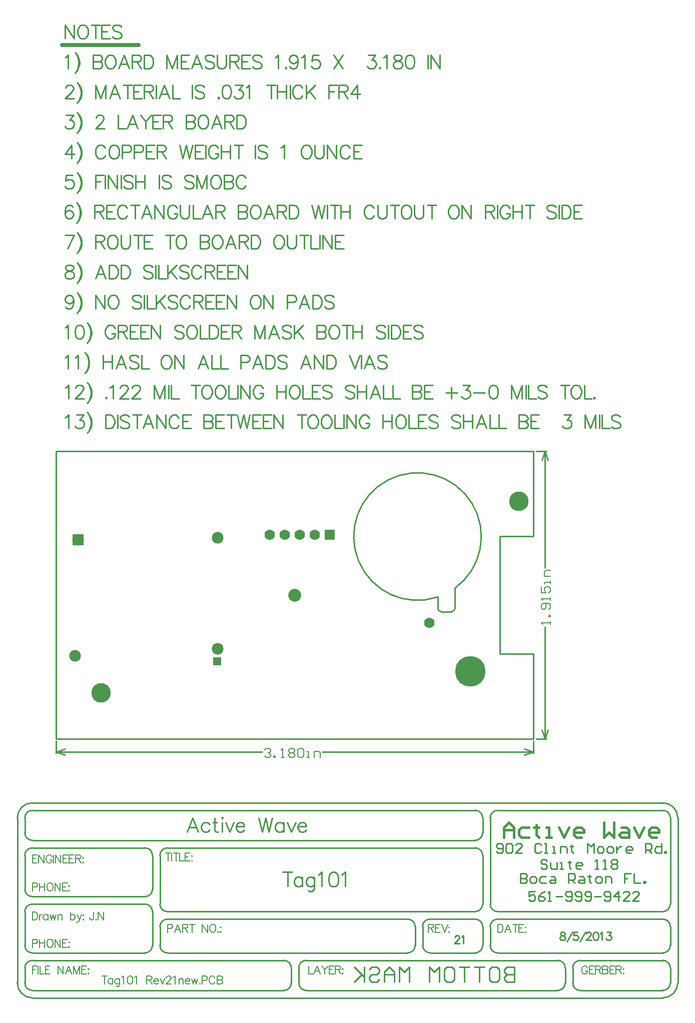
<source format=gbs>
%FSLAX25Y25*%
%MOIN*%
G70*
G01*
G75*
G04 Layer_Color=16711935*
%ADD10R,0.08000X0.12000*%
%ADD11R,0.07000X0.10000*%
%ADD12R,0.11024X0.05512*%
%ADD13R,0.01378X0.03543*%
%ADD14R,0.01378X0.03543*%
%ADD15R,0.11811X0.23622*%
%ADD16R,0.03000X0.03000*%
%ADD17R,0.11000X0.04500*%
%ADD18R,0.03600X0.03600*%
%ADD19R,0.03600X0.05000*%
%ADD20R,0.02000X0.05000*%
%ADD21O,0.01600X0.06000*%
%ADD22R,0.02362X0.02362*%
%ADD23R,0.06299X0.05118*%
%ADD24O,0.01600X0.06000*%
%ADD25R,0.09000X0.02362*%
%ADD26R,0.02362X0.10000*%
%ADD27R,0.07000X0.02362*%
%ADD28R,0.02362X0.09000*%
%ADD29O,0.02400X0.08000*%
%ADD30R,0.10000X0.07000*%
%ADD31R,0.10000X0.10000*%
%ADD32C,0.01200*%
%ADD33R,0.03000X0.03000*%
%ADD34C,0.04000*%
%ADD35R,0.07400X0.04500*%
%ADD36R,0.03600X0.03600*%
%ADD37R,0.05000X0.03600*%
%ADD38R,0.08000X0.03500*%
%ADD39C,0.01000*%
%ADD40C,0.01500*%
%ADD41C,0.04000*%
%ADD42C,0.02500*%
%ADD43C,0.00600*%
%ADD44C,0.01600*%
%ADD45C,0.01400*%
%ADD46C,0.00800*%
%ADD47C,0.02000*%
%ADD48C,0.07400*%
%ADD49C,0.01200*%
%ADD50C,0.00900*%
%ADD51C,0.00500*%
%ADD52C,0.19500*%
%ADD53C,0.07000*%
%ADD54C,0.07800*%
%ADD55C,0.12200*%
%ADD56C,0.06200*%
%ADD57R,0.05000X0.05000*%
%ADD58R,0.06200X0.06200*%
%ADD59C,0.02800*%
%ADD60R,0.07000X0.07000*%
%ADD61C,0.03000*%
%ADD62C,0.00984*%
%ADD63C,0.00598*%
%ADD64R,0.27300X0.01800*%
%ADD65R,0.08800X0.12800*%
%ADD66R,0.07800X0.10800*%
%ADD67R,0.11824X0.06312*%
%ADD68R,0.01778X0.03943*%
%ADD69R,0.01778X0.03943*%
%ADD70R,0.12611X0.24422*%
%ADD71R,0.03800X0.03800*%
%ADD72R,0.11800X0.05300*%
%ADD73R,0.04400X0.04400*%
%ADD74R,0.04400X0.05800*%
%ADD75R,0.02800X0.05800*%
%ADD76O,0.02000X0.06400*%
%ADD77R,0.03162X0.03162*%
%ADD78R,0.07099X0.05918*%
%ADD79O,0.02000X0.06400*%
%ADD80R,0.09400X0.02762*%
%ADD81R,0.02762X0.10400*%
%ADD82R,0.07400X0.02762*%
%ADD83R,0.02762X0.09400*%
%ADD84O,0.03200X0.08800*%
%ADD85R,0.10800X0.07800*%
%ADD86R,0.10800X0.10800*%
%ADD87R,0.03800X0.03800*%
%ADD88C,0.04800*%
%ADD89R,0.08200X0.05300*%
%ADD90R,0.03400X0.03400*%
%ADD91R,0.03400X0.03400*%
%ADD92R,0.04400X0.04400*%
%ADD93R,0.05800X0.04400*%
%ADD94R,0.08800X0.04300*%
%ADD95C,0.20300*%
%ADD96C,0.08600*%
%ADD97C,0.13000*%
%ADD98R,0.05800X0.05800*%
%ADD99R,0.07800X0.07800*%
D39*
X300261Y-157170D02*
Y-167167D01*
X295262D01*
X293596Y-165501D01*
Y-163835D01*
X295262Y-162169D01*
X300261D01*
X295262D01*
X293596Y-160502D01*
Y-158836D01*
X295262Y-157170D01*
X300261D01*
X285265D02*
X288598D01*
X290264Y-158836D01*
Y-165501D01*
X288598Y-167167D01*
X285265D01*
X283599Y-165501D01*
Y-158836D01*
X285265Y-157170D01*
X280267D02*
X273603D01*
X276935D01*
Y-167167D01*
X270270Y-157170D02*
X263606D01*
X266938D01*
Y-167167D01*
X255275Y-157170D02*
X258607D01*
X260274Y-158836D01*
Y-165501D01*
X258607Y-167167D01*
X255275D01*
X253609Y-165501D01*
Y-158836D01*
X255275Y-157170D01*
X250277Y-167167D02*
Y-157170D01*
X246944Y-160502D01*
X243612Y-157170D01*
Y-167167D01*
X230283D02*
Y-157170D01*
X226951Y-160502D01*
X223619Y-157170D01*
Y-167167D01*
X220286D02*
Y-160502D01*
X216954Y-157170D01*
X213622Y-160502D01*
Y-167167D01*
Y-162169D01*
X220286D01*
X203625Y-158836D02*
X205291Y-157170D01*
X208624D01*
X210290Y-158836D01*
Y-160502D01*
X208624Y-162169D01*
X205291D01*
X203625Y-163835D01*
Y-165501D01*
X205291Y-167167D01*
X208624D01*
X210290Y-165501D01*
X200293Y-157170D02*
Y-167167D01*
Y-163835D01*
X193628Y-157170D01*
X198627Y-162169D01*
X193628Y-167167D01*
X313000Y-14900D02*
Y-6500D01*
X-5000Y-14900D02*
Y-6500D01*
X172494Y-13900D02*
X313000D01*
X-5000D02*
X132306D01*
X307000Y-11900D02*
X313000Y-13900D01*
X307000Y-15900D02*
X313000Y-13900D01*
X-5000D02*
X1000Y-15900D01*
X-5000Y-13900D02*
X1000Y-11900D01*
X314500Y186500D02*
X321600D01*
X314500Y-5000D02*
X321600D01*
X320600Y108744D02*
Y186500D01*
Y-5000D02*
Y69556D01*
X318600Y180500D02*
X320600Y186500D01*
X322600Y180500D01*
X320600Y-5000D02*
X322600Y1000D01*
X318600D02*
X320600Y-5000D01*
X260785Y95320D02*
G03*
X249300Y89401I-24985J34380D01*
G01*
X249300Y82000D02*
G03*
X251600Y79700I2300J0D01*
G01*
X258500D02*
G03*
X260800Y82000I0J2300D01*
G01*
X249300D02*
Y89400D01*
X251600Y79700D02*
X258500D01*
X260800Y82000D02*
Y95300D01*
X-5000Y186500D02*
X313000D01*
Y130000D02*
Y186500D01*
X290500Y51400D02*
Y130000D01*
X313000Y-5000D02*
Y51400D01*
X-5000Y-5000D02*
Y186500D01*
X290500Y51400D02*
X313000D01*
X290500Y130000D02*
X313000D01*
X-5000Y-5000D02*
X313000D01*
X404192Y-130118D02*
G03*
X399292Y-125218I-4900J0D01*
G01*
X289192D02*
G03*
X284192Y-130218I0J-5000D01*
G01*
X399192Y-120218D02*
G03*
X404192Y-115218I0J5000D01*
G01*
X284192D02*
G03*
X289192Y-120218I5000J0D01*
G01*
X-20808Y-47718D02*
G03*
X-30808Y-57718I0J-10000D01*
G01*
Y-167618D02*
G03*
X-20884Y-177716I10100J0D01*
G01*
X399192Y-177718D02*
G03*
X409192Y-167718I0J10000D01*
G01*
Y-57718D02*
G03*
X399192Y-47718I-10000J0D01*
G01*
X404192Y-57618D02*
G03*
X399121Y-52721I-4900J0D01*
G01*
X399192Y-147718D02*
G03*
X404192Y-142718I0J5000D01*
G01*
X404192Y-157630D02*
G03*
X399192Y-152717I-5000J-87D01*
G01*
Y-172718D02*
G03*
X404192Y-167718I0J5000D01*
G01*
X274192Y-147718D02*
G03*
X279192Y-142718I0J5000D01*
G01*
X284192Y-142818D02*
G03*
X289177Y-147717I4900J0D01*
G01*
X279192Y-130118D02*
G03*
X274292Y-125218I-4900J0D01*
G01*
X-25808Y-167718D02*
G03*
X-20895Y-172717I5000J0D01*
G01*
X274279Y-120218D02*
G03*
X279193Y-115218I-87J5000D01*
G01*
X-20808Y-152718D02*
G03*
X-25808Y-157718I0J-5000D01*
G01*
X279192Y-82718D02*
G03*
X274192Y-77718I-5000J0D01*
G01*
Y-72718D02*
G03*
X279192Y-67718I0J5000D01*
G01*
X289192Y-52718D02*
G03*
X284192Y-57718I0J-5000D01*
G01*
X279192D02*
G03*
X274192Y-52718I-5000J0D01*
G01*
X-20808D02*
G03*
X-25808Y-57718I0J-5000D01*
G01*
Y-67718D02*
G03*
X-20808Y-72718I5000J0D01*
G01*
Y-77718D02*
G03*
X-25808Y-82718I0J-5000D01*
G01*
Y-105218D02*
G03*
X-20808Y-110218I5000J0D01*
G01*
Y-115218D02*
G03*
X-25808Y-120218I0J-5000D01*
G01*
Y-142718D02*
G03*
X-20895Y-147717I5000J0D01*
G01*
X69192Y-77718D02*
G03*
X64192Y-82718I0J-5000D01*
G01*
X69192Y-125218D02*
G03*
X64192Y-130218I0J-5000D01*
G01*
X243992Y-125218D02*
G03*
X239199Y-130269I0J-4800D01*
G01*
X239192Y-142618D02*
G03*
X244203Y-147717I5100J0D01*
G01*
X229292Y-147718D02*
G03*
X234191Y-142732I0J4900D01*
G01*
X234192Y-130118D02*
G03*
X229292Y-125218I-4900J0D01*
G01*
X54292Y-147718D02*
G03*
X59192Y-142818I0J4900D01*
G01*
X64192D02*
G03*
X69092Y-147718I4900J0D01*
G01*
X64192Y-115318D02*
G03*
X69092Y-120218I4900J0D01*
G01*
X59192Y-120118D02*
G03*
X54121Y-115221I-4900J0D01*
G01*
X54392Y-110218D02*
G03*
X59192Y-105418I0J4800D01*
G01*
Y-82618D02*
G03*
X54292Y-77718I-4900J0D01*
G01*
X344192Y-152718D02*
G03*
X339192Y-157718I0J-5000D01*
G01*
Y-167818D02*
G03*
X344178Y-172717I4900J0D01*
G01*
X329308Y-172718D02*
G03*
X334190Y-167750I84J4800D01*
G01*
X334192Y-157718D02*
G03*
X329192Y-152718I-5000J0D01*
G01*
X156692Y-167718D02*
G03*
X161605Y-172717I5000J0D01*
G01*
X161692Y-152718D02*
G03*
X156692Y-157718I0J-5000D01*
G01*
X146808Y-172718D02*
G03*
X151690Y-167750I84J4800D01*
G01*
X151692Y-157718D02*
G03*
X146692Y-152718I-5000J0D01*
G01*
X404192Y-142718D02*
Y-130118D01*
X284192Y-142718D02*
Y-130218D01*
X404192Y-115218D02*
Y-57718D01*
X284192Y-115218D02*
Y-57718D01*
X-30808Y-167718D02*
Y-57718D01*
X-25808Y-167718D02*
Y-157718D01*
X404192Y-167718D02*
Y-157718D01*
X279192Y-142718D02*
Y-130218D01*
X239192Y-142718D02*
Y-130218D01*
X64192Y-142718D02*
Y-130218D01*
X234192Y-142718D02*
Y-130218D01*
X64192Y-115218D02*
Y-82718D01*
X279192Y-115218D02*
Y-82718D01*
Y-67718D02*
Y-57718D01*
X-25808Y-67718D02*
Y-57718D01*
X59192Y-105218D02*
Y-82718D01*
X-25808Y-105218D02*
Y-82718D01*
X59192Y-142718D02*
Y-120218D01*
X-25808Y-142718D02*
Y-120218D01*
X409192Y-167718D02*
Y-57718D01*
X339192Y-167718D02*
Y-157718D01*
X334192Y-167718D02*
Y-157718D01*
X156692Y-167718D02*
Y-157718D01*
X151692Y-167718D02*
Y-157718D01*
X289192Y-125218D02*
X399192D01*
X289192Y-120218D02*
X399192D01*
X69192D02*
X274192D01*
X289192Y-52718D02*
X399192D01*
X289192Y-147718D02*
X399192D01*
X244192Y-125218D02*
X274192D01*
X244192Y-147718D02*
X274192D01*
X69192D02*
X229192D01*
X69192Y-125218D02*
X229192D01*
X69192Y-77718D02*
X274192D01*
X-20808Y-72718D02*
X274192D01*
X-20808Y-77718D02*
X54192D01*
X-20808Y-110218D02*
X54192D01*
X-20808Y-115218D02*
X54192D01*
X-20808Y-147718D02*
X54192D01*
X-20808Y-47718D02*
X399192D01*
X-20808Y-177718D02*
X399192D01*
X-20808Y-52718D02*
X274192D01*
X344192Y-152718D02*
X399192D01*
X344192Y-172718D02*
X399192D01*
X161692Y-152718D02*
X329192D01*
X-20808D02*
X146692D01*
X-20808Y-172718D02*
X146692D01*
X161692D02*
X329192D01*
X322117Y-86358D02*
X321051Y-85292D01*
X318919D01*
X317852Y-86358D01*
Y-87424D01*
X318919Y-88491D01*
X321051D01*
X322117Y-89557D01*
Y-90623D01*
X321051Y-91690D01*
X318919D01*
X317852Y-90623D01*
X324250Y-87424D02*
Y-90623D01*
X325317Y-91690D01*
X328516D01*
Y-87424D01*
X330648Y-91690D02*
X332781D01*
X331714D01*
Y-87424D01*
X330648D01*
X337046Y-86358D02*
Y-87424D01*
X335980D01*
X338112D01*
X337046D01*
Y-90623D01*
X338112Y-91690D01*
X344510D02*
X342378D01*
X341311Y-90623D01*
Y-88491D01*
X342378Y-87424D01*
X344510D01*
X345577Y-88491D01*
Y-89557D01*
X341311D01*
X354107Y-91690D02*
X356240D01*
X355173D01*
Y-85292D01*
X354107Y-86358D01*
X359439Y-91690D02*
X361571D01*
X360505D01*
Y-85292D01*
X359439Y-86358D01*
X364770D02*
X365837Y-85292D01*
X367969D01*
X369036Y-86358D01*
Y-87424D01*
X367969Y-88491D01*
X369036Y-89557D01*
Y-90623D01*
X367969Y-91690D01*
X365837D01*
X364770Y-90623D01*
Y-89557D01*
X365837Y-88491D01*
X364770Y-87424D01*
Y-86358D01*
X365837Y-88491D02*
X367969D01*
X314118Y-106792D02*
X309852D01*
Y-109991D01*
X311985Y-108924D01*
X313051D01*
X314118Y-109991D01*
Y-112123D01*
X313051Y-113190D01*
X310919D01*
X309852Y-112123D01*
X320515Y-106792D02*
X318383Y-107858D01*
X316250Y-109991D01*
Y-112123D01*
X317317Y-113190D01*
X319449D01*
X320515Y-112123D01*
Y-111057D01*
X319449Y-109991D01*
X316250D01*
X322648Y-113190D02*
X324781D01*
X323714D01*
Y-106792D01*
X322648Y-107858D01*
X327980Y-109991D02*
X332245D01*
X334378Y-112123D02*
X335444Y-113190D01*
X337577D01*
X338643Y-112123D01*
Y-107858D01*
X337577Y-106792D01*
X335444D01*
X334378Y-107858D01*
Y-108924D01*
X335444Y-109991D01*
X338643D01*
X340776Y-112123D02*
X341842Y-113190D01*
X343974D01*
X345041Y-112123D01*
Y-107858D01*
X343974Y-106792D01*
X341842D01*
X340776Y-107858D01*
Y-108924D01*
X341842Y-109991D01*
X345041D01*
X347174Y-112123D02*
X348240Y-113190D01*
X350373D01*
X351439Y-112123D01*
Y-107858D01*
X350373Y-106792D01*
X348240D01*
X347174Y-107858D01*
Y-108924D01*
X348240Y-109991D01*
X351439D01*
X353571D02*
X357837D01*
X359969Y-112123D02*
X361036Y-113190D01*
X363168D01*
X364235Y-112123D01*
Y-107858D01*
X363168Y-106792D01*
X361036D01*
X359969Y-107858D01*
Y-108924D01*
X361036Y-109991D01*
X364235D01*
X369566Y-113190D02*
Y-106792D01*
X366367Y-109991D01*
X370633D01*
X377030Y-113190D02*
X372765D01*
X377030Y-108924D01*
Y-107858D01*
X375964Y-106792D01*
X373832D01*
X372765Y-107858D01*
X383428Y-113190D02*
X379163D01*
X383428Y-108924D01*
Y-107858D01*
X382362Y-106792D01*
X380229D01*
X379163Y-107858D01*
X288352Y-80123D02*
X289419Y-81190D01*
X291551D01*
X292618Y-80123D01*
Y-75858D01*
X291551Y-74792D01*
X289419D01*
X288352Y-75858D01*
Y-76925D01*
X289419Y-77991D01*
X292618D01*
X294750Y-75858D02*
X295816Y-74792D01*
X297949D01*
X299015Y-75858D01*
Y-80123D01*
X297949Y-81190D01*
X295816D01*
X294750Y-80123D01*
Y-75858D01*
X305413Y-81190D02*
X301148D01*
X305413Y-76925D01*
Y-75858D01*
X304347Y-74792D01*
X302214D01*
X301148Y-75858D01*
X318209D02*
X317143Y-74792D01*
X315010D01*
X313944Y-75858D01*
Y-80123D01*
X315010Y-81190D01*
X317143D01*
X318209Y-80123D01*
X320342Y-81190D02*
X322475D01*
X321408D01*
Y-74792D01*
X320342D01*
X325674Y-81190D02*
X327806D01*
X326740D01*
Y-76925D01*
X325674D01*
X331005Y-81190D02*
Y-76925D01*
X334204D01*
X335270Y-77991D01*
Y-81190D01*
X338469Y-75858D02*
Y-76925D01*
X337403D01*
X339536D01*
X338469D01*
Y-80123D01*
X339536Y-81190D01*
X349133D02*
Y-74792D01*
X351265Y-76925D01*
X353398Y-74792D01*
Y-81190D01*
X356597D02*
X358730D01*
X359796Y-80123D01*
Y-77991D01*
X358730Y-76925D01*
X356597D01*
X355531Y-77991D01*
Y-80123D01*
X356597Y-81190D01*
X362995D02*
X365127D01*
X366194Y-80123D01*
Y-77991D01*
X365127Y-76925D01*
X362995D01*
X361928Y-77991D01*
Y-80123D01*
X362995Y-81190D01*
X368326Y-76925D02*
Y-81190D01*
Y-79057D01*
X369393Y-77991D01*
X370459Y-76925D01*
X371525D01*
X377923Y-81190D02*
X375791D01*
X374724Y-80123D01*
Y-77991D01*
X375791Y-76925D01*
X377923D01*
X378990Y-77991D01*
Y-79057D01*
X374724D01*
X387520Y-81190D02*
Y-74792D01*
X390719D01*
X391785Y-75858D01*
Y-77991D01*
X390719Y-79057D01*
X387520D01*
X389653D02*
X391785Y-81190D01*
X398183Y-74792D02*
Y-81190D01*
X394984D01*
X393918Y-80123D01*
Y-77991D01*
X394984Y-76925D01*
X398183D01*
X400316Y-81190D02*
Y-80123D01*
X401382D01*
Y-81190D01*
X400316D01*
X304352Y-94792D02*
Y-101190D01*
X307551D01*
X308617Y-100123D01*
Y-99057D01*
X307551Y-97991D01*
X304352D01*
X307551D01*
X308617Y-96925D01*
Y-95858D01*
X307551Y-94792D01*
X304352D01*
X311817Y-101190D02*
X313949D01*
X315016Y-100123D01*
Y-97991D01*
X313949Y-96925D01*
X311817D01*
X310750Y-97991D01*
Y-100123D01*
X311817Y-101190D01*
X321413Y-96925D02*
X318214D01*
X317148Y-97991D01*
Y-100123D01*
X318214Y-101190D01*
X321413D01*
X324612Y-96925D02*
X326745D01*
X327811Y-97991D01*
Y-101190D01*
X324612D01*
X323546Y-100123D01*
X324612Y-99057D01*
X327811D01*
X336342Y-101190D02*
Y-94792D01*
X339541D01*
X340607Y-95858D01*
Y-97991D01*
X339541Y-99057D01*
X336342D01*
X338474D02*
X340607Y-101190D01*
X343806Y-96925D02*
X345939D01*
X347005Y-97991D01*
Y-101190D01*
X343806D01*
X342740Y-100123D01*
X343806Y-99057D01*
X347005D01*
X350204Y-95858D02*
Y-96925D01*
X349138D01*
X351270D01*
X350204D01*
Y-100123D01*
X351270Y-101190D01*
X355536D02*
X357668D01*
X358735Y-100123D01*
Y-97991D01*
X357668Y-96925D01*
X355536D01*
X354469Y-97991D01*
Y-100123D01*
X355536Y-101190D01*
X360867D02*
Y-96925D01*
X364066D01*
X365133Y-97991D01*
Y-101190D01*
X377928Y-94792D02*
X373663D01*
Y-97991D01*
X375796D01*
X373663D01*
Y-101190D01*
X380061Y-94792D02*
Y-101190D01*
X384326D01*
X386459D02*
Y-100123D01*
X387525D01*
Y-101190D01*
X386459D01*
X1060Y228934D02*
X1917Y229363D01*
X3202Y230648D01*
Y221650D01*
X8087Y228506D02*
Y228934D01*
X8515Y229791D01*
X8944Y230220D01*
X9801Y230648D01*
X11514D01*
X12371Y230220D01*
X12800Y229791D01*
X13228Y228934D01*
Y228077D01*
X12800Y227220D01*
X11943Y225935D01*
X7658Y221650D01*
X13657D01*
X15671Y232362D02*
X16528Y231505D01*
X17385Y230220D01*
X18242Y228506D01*
X18670Y226363D01*
Y224649D01*
X18242Y222507D01*
X17385Y220793D01*
X16528Y219508D01*
X15671Y218651D01*
X16528Y231505D02*
X17385Y229791D01*
X17813Y228506D01*
X18242Y226363D01*
Y224649D01*
X17813Y222507D01*
X17385Y221221D01*
X16528Y219508D01*
X28354Y222507D02*
X27925Y222078D01*
X28354Y221650D01*
X28782Y222078D01*
X28354Y222507D01*
X30753Y228934D02*
X31610Y229363D01*
X32896Y230648D01*
Y221650D01*
X37780Y228506D02*
Y228934D01*
X38209Y229791D01*
X38637Y230220D01*
X39494Y230648D01*
X41208D01*
X42065Y230220D01*
X42494Y229791D01*
X42922Y228934D01*
Y228077D01*
X42494Y227220D01*
X41637Y225935D01*
X37352Y221650D01*
X43351D01*
X45793Y228506D02*
Y228934D01*
X46221Y229791D01*
X46650Y230220D01*
X47507Y230648D01*
X49221D01*
X50078Y230220D01*
X50506Y229791D01*
X50935Y228934D01*
Y228077D01*
X50506Y227220D01*
X49649Y225935D01*
X45364Y221650D01*
X51363D01*
X60447Y230648D02*
Y221650D01*
Y230648D02*
X63875Y221650D01*
X67303Y230648D02*
X63875Y221650D01*
X67303Y230648D02*
Y221650D01*
X69873Y230648D02*
Y221650D01*
X71759Y230648D02*
Y221650D01*
X76901D01*
X87955Y230648D02*
Y221650D01*
X84956Y230648D02*
X90955D01*
X94597D02*
X93740Y230220D01*
X92883Y229363D01*
X92454Y228506D01*
X92026Y227220D01*
Y225078D01*
X92454Y223792D01*
X92883Y222935D01*
X93740Y222078D01*
X94597Y221650D01*
X96311D01*
X97168Y222078D01*
X98025Y222935D01*
X98453Y223792D01*
X98882Y225078D01*
Y227220D01*
X98453Y228506D01*
X98025Y229363D01*
X97168Y230220D01*
X96311Y230648D01*
X94597D01*
X103552D02*
X102695Y230220D01*
X101838Y229363D01*
X101410Y228506D01*
X100981Y227220D01*
Y225078D01*
X101410Y223792D01*
X101838Y222935D01*
X102695Y222078D01*
X103552Y221650D01*
X105266D01*
X106123Y222078D01*
X106980Y222935D01*
X107408Y223792D01*
X107837Y225078D01*
Y227220D01*
X107408Y228506D01*
X106980Y229363D01*
X106123Y230220D01*
X105266Y230648D01*
X103552D01*
X109936D02*
Y221650D01*
X115078D01*
X116064Y230648D02*
Y221650D01*
X117949Y230648D02*
Y221650D01*
Y230648D02*
X123948Y221650D01*
Y230648D02*
Y221650D01*
X132860Y228506D02*
X132431Y229363D01*
X131574Y230220D01*
X130718Y230648D01*
X129004D01*
X128147Y230220D01*
X127290Y229363D01*
X126861Y228506D01*
X126433Y227220D01*
Y225078D01*
X126861Y223792D01*
X127290Y222935D01*
X128147Y222078D01*
X129004Y221650D01*
X130718D01*
X131574Y222078D01*
X132431Y222935D01*
X132860Y223792D01*
Y225078D01*
X130718D02*
X132860D01*
X141987Y230648D02*
Y221650D01*
X147985Y230648D02*
Y221650D01*
X141987Y226363D02*
X147985D01*
X153041Y230648D02*
X152184Y230220D01*
X151327Y229363D01*
X150899Y228506D01*
X150470Y227220D01*
Y225078D01*
X150899Y223792D01*
X151327Y222935D01*
X152184Y222078D01*
X153041Y221650D01*
X154755D01*
X155612Y222078D01*
X156469Y222935D01*
X156898Y223792D01*
X157326Y225078D01*
Y227220D01*
X156898Y228506D01*
X156469Y229363D01*
X155612Y230220D01*
X154755Y230648D01*
X153041D01*
X159426D02*
Y221650D01*
X164567D01*
X171123Y230648D02*
X165553D01*
Y221650D01*
X171123D01*
X165553Y226363D02*
X168981D01*
X178622Y229363D02*
X177765Y230220D01*
X176479Y230648D01*
X174765D01*
X173480Y230220D01*
X172623Y229363D01*
Y228506D01*
X173051Y227649D01*
X173480Y227220D01*
X174337Y226792D01*
X176908Y225935D01*
X177765Y225506D01*
X178193Y225078D01*
X178622Y224221D01*
Y222935D01*
X177765Y222078D01*
X176479Y221650D01*
X174765D01*
X173480Y222078D01*
X172623Y222935D01*
X193704Y229363D02*
X192847Y230220D01*
X191562Y230648D01*
X189848D01*
X188562Y230220D01*
X187705Y229363D01*
Y228506D01*
X188134Y227649D01*
X188562Y227220D01*
X189419Y226792D01*
X191990Y225935D01*
X192847Y225506D01*
X193276Y225078D01*
X193704Y224221D01*
Y222935D01*
X192847Y222078D01*
X191562Y221650D01*
X189848D01*
X188562Y222078D01*
X187705Y222935D01*
X195718Y230648D02*
Y221650D01*
X201717Y230648D02*
Y221650D01*
X195718Y226363D02*
X201717D01*
X211057Y221650D02*
X207630Y230648D01*
X204202Y221650D01*
X205487Y224649D02*
X209772D01*
X213157Y230648D02*
Y221650D01*
X218299D01*
X219284Y230648D02*
Y221650D01*
X224426D01*
X232482Y230648D02*
Y221650D01*
Y230648D02*
X236338D01*
X237623Y230220D01*
X238052Y229791D01*
X238480Y228934D01*
Y228077D01*
X238052Y227220D01*
X237623Y226792D01*
X236338Y226363D01*
X232482D02*
X236338D01*
X237623Y225935D01*
X238052Y225506D01*
X238480Y224649D01*
Y223364D01*
X238052Y222507D01*
X237623Y222078D01*
X236338Y221650D01*
X232482D01*
X246064Y230648D02*
X240494D01*
Y221650D01*
X246064D01*
X240494Y226363D02*
X243922D01*
X258490Y229363D02*
Y221650D01*
X254634Y225506D02*
X262347D01*
X265860Y230648D02*
X270573D01*
X268002Y227220D01*
X269288D01*
X270145Y226792D01*
X270573Y226363D01*
X271002Y225078D01*
Y224221D01*
X270573Y222935D01*
X269716Y222078D01*
X268431Y221650D01*
X267145D01*
X265860Y222078D01*
X265432Y222507D01*
X265003Y223364D01*
X273016Y225506D02*
X280728D01*
X285956Y230648D02*
X284670Y230220D01*
X283813Y228934D01*
X283385Y226792D01*
Y225506D01*
X283813Y223364D01*
X284670Y222078D01*
X285956Y221650D01*
X286813D01*
X288098Y222078D01*
X288955Y223364D01*
X289384Y225506D01*
Y226792D01*
X288955Y228934D01*
X288098Y230220D01*
X286813Y230648D01*
X285956D01*
X298467D02*
Y221650D01*
Y230648D02*
X301895Y221650D01*
X305323Y230648D02*
X301895Y221650D01*
X305323Y230648D02*
Y221650D01*
X307894Y230648D02*
Y221650D01*
X309779Y230648D02*
Y221650D01*
X314921D01*
X321905Y229363D02*
X321048Y230220D01*
X319763Y230648D01*
X318049D01*
X316763Y230220D01*
X315906Y229363D01*
Y228506D01*
X316335Y227649D01*
X316763Y227220D01*
X317620Y226792D01*
X320191Y225935D01*
X321048Y225506D01*
X321477Y225078D01*
X321905Y224221D01*
Y222935D01*
X321048Y222078D01*
X319763Y221650D01*
X318049D01*
X316763Y222078D01*
X315906Y222935D01*
X333988Y230648D02*
Y221650D01*
X330989Y230648D02*
X336988D01*
X340630D02*
X339773Y230220D01*
X338916Y229363D01*
X338487Y228506D01*
X338059Y227220D01*
Y225078D01*
X338487Y223792D01*
X338916Y222935D01*
X339773Y222078D01*
X340630Y221650D01*
X342344D01*
X343201Y222078D01*
X344057Y222935D01*
X344486Y223792D01*
X344915Y225078D01*
Y227220D01*
X344486Y228506D01*
X344057Y229363D01*
X343201Y230220D01*
X342344Y230648D01*
X340630D01*
X347014D02*
Y221650D01*
X352156D01*
X353570Y222507D02*
X353141Y222078D01*
X353570Y221650D01*
X353998Y222078D01*
X353570Y222507D01*
X960Y448834D02*
X1817Y449263D01*
X3102Y450548D01*
Y441550D01*
X7558Y452262D02*
X8415Y451405D01*
X9272Y450120D01*
X10129Y448406D01*
X10558Y446263D01*
Y444549D01*
X10129Y442407D01*
X9272Y440693D01*
X8415Y439408D01*
X7558Y438551D01*
X8415Y451405D02*
X9272Y449691D01*
X9701Y448406D01*
X10129Y446263D01*
Y444549D01*
X9701Y442407D01*
X9272Y441121D01*
X8415Y439408D01*
X19813Y450548D02*
Y441550D01*
Y450548D02*
X23669D01*
X24954Y450120D01*
X25383Y449691D01*
X25811Y448834D01*
Y447977D01*
X25383Y447120D01*
X24954Y446692D01*
X23669Y446263D01*
X19813D02*
X23669D01*
X24954Y445835D01*
X25383Y445406D01*
X25811Y444549D01*
Y443264D01*
X25383Y442407D01*
X24954Y441979D01*
X23669Y441550D01*
X19813D01*
X30396Y450548D02*
X29539Y450120D01*
X28682Y449263D01*
X28254Y448406D01*
X27825Y447120D01*
Y444978D01*
X28254Y443692D01*
X28682Y442835D01*
X29539Y441979D01*
X30396Y441550D01*
X32110D01*
X32967Y441979D01*
X33824Y442835D01*
X34253Y443692D01*
X34681Y444978D01*
Y447120D01*
X34253Y448406D01*
X33824Y449263D01*
X32967Y450120D01*
X32110Y450548D01*
X30396D01*
X43636Y441550D02*
X40208Y450548D01*
X36781Y441550D01*
X38066Y444549D02*
X42351D01*
X45736Y450548D02*
Y441550D01*
Y450548D02*
X49592D01*
X50877Y450120D01*
X51306Y449691D01*
X51734Y448834D01*
Y447977D01*
X51306Y447120D01*
X50877Y446692D01*
X49592Y446263D01*
X45736D01*
X48735D02*
X51734Y441550D01*
X53748Y450548D02*
Y441550D01*
Y450548D02*
X56748D01*
X58033Y450120D01*
X58890Y449263D01*
X59319Y448406D01*
X59747Y447120D01*
Y444978D01*
X59319Y443692D01*
X58890Y442835D01*
X58033Y441979D01*
X56748Y441550D01*
X53748D01*
X68831Y450548D02*
Y441550D01*
Y450548D02*
X72259Y441550D01*
X75686Y450548D02*
X72259Y441550D01*
X75686Y450548D02*
Y441550D01*
X83828Y450548D02*
X78257D01*
Y441550D01*
X83828D01*
X78257Y446263D02*
X81685D01*
X92183Y441550D02*
X88755Y450548D01*
X85327Y441550D01*
X86613Y444549D02*
X90898D01*
X100281Y449263D02*
X99424Y450120D01*
X98139Y450548D01*
X96425D01*
X95139Y450120D01*
X94282Y449263D01*
Y448406D01*
X94711Y447549D01*
X95139Y447120D01*
X95996Y446692D01*
X98567Y445835D01*
X99424Y445406D01*
X99853Y444978D01*
X100281Y444121D01*
Y442835D01*
X99424Y441979D01*
X98139Y441550D01*
X96425D01*
X95139Y441979D01*
X94282Y442835D01*
X102295Y450548D02*
Y444121D01*
X102724Y442835D01*
X103580Y441979D01*
X104866Y441550D01*
X105723D01*
X107008Y441979D01*
X107865Y442835D01*
X108294Y444121D01*
Y450548D01*
X110779D02*
Y441550D01*
Y450548D02*
X114635D01*
X115921Y450120D01*
X116349Y449691D01*
X116778Y448834D01*
Y447977D01*
X116349Y447120D01*
X115921Y446692D01*
X114635Y446263D01*
X110779D01*
X113778D02*
X116778Y441550D01*
X124362Y450548D02*
X118791D01*
Y441550D01*
X124362D01*
X118791Y446263D02*
X122219D01*
X131860Y449263D02*
X131003Y450120D01*
X129718Y450548D01*
X128004D01*
X126718Y450120D01*
X125861Y449263D01*
Y448406D01*
X126290Y447549D01*
X126718Y447120D01*
X127575Y446692D01*
X130146Y445835D01*
X131003Y445406D01*
X131432Y444978D01*
X131860Y444121D01*
Y442835D01*
X131003Y441979D01*
X129718Y441550D01*
X128004D01*
X126718Y441979D01*
X125861Y442835D01*
X140944Y448834D02*
X141801Y449263D01*
X143086Y450548D01*
Y441550D01*
X147971Y442407D02*
X147543Y441979D01*
X147971Y441550D01*
X148399Y441979D01*
X147971Y442407D01*
X155941Y447549D02*
X155512Y446263D01*
X154655Y445406D01*
X153370Y444978D01*
X152941D01*
X151656Y445406D01*
X150799Y446263D01*
X150370Y447549D01*
Y447977D01*
X150799Y449263D01*
X151656Y450120D01*
X152941Y450548D01*
X153370D01*
X154655Y450120D01*
X155512Y449263D01*
X155941Y447549D01*
Y445406D01*
X155512Y443264D01*
X154655Y441979D01*
X153370Y441550D01*
X152513D01*
X151227Y441979D01*
X150799Y442835D01*
X158383Y448834D02*
X159240Y449263D01*
X160525Y450548D01*
Y441550D01*
X170123Y450548D02*
X165839D01*
X165410Y446692D01*
X165839Y447120D01*
X167124Y447549D01*
X168409D01*
X169695Y447120D01*
X170552Y446263D01*
X170980Y444978D01*
Y444121D01*
X170552Y442835D01*
X169695Y441979D01*
X168409Y441550D01*
X167124D01*
X165839Y441979D01*
X165410Y442407D01*
X164982Y443264D01*
X180064Y450548D02*
X186063Y441550D01*
Y450548D02*
X180064Y441550D01*
X203073Y450548D02*
X207787D01*
X205216Y447120D01*
X206501D01*
X207358Y446692D01*
X207787Y446263D01*
X208215Y444978D01*
Y444121D01*
X207787Y442835D01*
X206930Y441979D01*
X205644Y441550D01*
X204359D01*
X203073Y441979D01*
X202645Y442407D01*
X202217Y443264D01*
X210658Y442407D02*
X210229Y441979D01*
X210658Y441550D01*
X211086Y441979D01*
X210658Y442407D01*
X213057Y448834D02*
X213914Y449263D01*
X215199Y450548D01*
Y441550D01*
X221798Y450548D02*
X220513Y450120D01*
X220084Y449263D01*
Y448406D01*
X220513Y447549D01*
X221370Y447120D01*
X223083Y446692D01*
X224369Y446263D01*
X225226Y445406D01*
X225654Y444549D01*
Y443264D01*
X225226Y442407D01*
X224797Y441979D01*
X223512Y441550D01*
X221798D01*
X220513Y441979D01*
X220084Y442407D01*
X219656Y443264D01*
Y444549D01*
X220084Y445406D01*
X220941Y446263D01*
X222227Y446692D01*
X223940Y447120D01*
X224797Y447549D01*
X225226Y448406D01*
Y449263D01*
X224797Y450120D01*
X223512Y450548D01*
X221798D01*
X230239D02*
X228954Y450120D01*
X228097Y448834D01*
X227668Y446692D01*
Y445406D01*
X228097Y443264D01*
X228954Y441979D01*
X230239Y441550D01*
X231096D01*
X232381Y441979D01*
X233238Y443264D01*
X233667Y445406D01*
Y446692D01*
X233238Y448834D01*
X232381Y450120D01*
X231096Y450548D01*
X230239D01*
X242751D02*
Y441550D01*
X244636Y450548D02*
Y441550D01*
Y450548D02*
X250635Y441550D01*
Y450548D02*
Y441550D01*
X960Y470548D02*
Y461550D01*
Y470548D02*
X6958Y461550D01*
Y470548D02*
Y461550D01*
X12014Y470548D02*
X11157Y470120D01*
X10300Y469263D01*
X9872Y468406D01*
X9443Y467120D01*
Y464978D01*
X9872Y463692D01*
X10300Y462835D01*
X11157Y461978D01*
X12014Y461550D01*
X13728D01*
X14585Y461978D01*
X15442Y462835D01*
X15871Y463692D01*
X16299Y464978D01*
Y467120D01*
X15871Y468406D01*
X15442Y469263D01*
X14585Y470120D01*
X13728Y470548D01*
X12014D01*
X21398D02*
Y461550D01*
X18399Y470548D02*
X24397D01*
X31039D02*
X25469D01*
Y461550D01*
X31039D01*
X25469Y466263D02*
X28896D01*
X38537Y469263D02*
X37680Y470120D01*
X36395Y470548D01*
X34681D01*
X33395Y470120D01*
X32539Y469263D01*
Y468406D01*
X32967Y467549D01*
X33395Y467120D01*
X34253Y466692D01*
X36823Y465835D01*
X37680Y465406D01*
X38109Y464978D01*
X38537Y464121D01*
Y462835D01*
X37680Y461978D01*
X36395Y461550D01*
X34681D01*
X33395Y461978D01*
X32539Y462835D01*
X960Y268834D02*
X1817Y269263D01*
X3102Y270548D01*
Y261550D01*
X10129Y270548D02*
X8844Y270120D01*
X7987Y268834D01*
X7558Y266692D01*
Y265406D01*
X7987Y263264D01*
X8844Y261979D01*
X10129Y261550D01*
X10986D01*
X12271Y261979D01*
X13128Y263264D01*
X13557Y265406D01*
Y266692D01*
X13128Y268834D01*
X12271Y270120D01*
X10986Y270548D01*
X10129D01*
X15571Y272262D02*
X16428Y271405D01*
X17285Y270120D01*
X18142Y268406D01*
X18570Y266263D01*
Y264549D01*
X18142Y262407D01*
X17285Y260693D01*
X16428Y259408D01*
X15571Y258551D01*
X16428Y271405D02*
X17285Y269691D01*
X17713Y268406D01*
X18142Y266263D01*
Y264549D01*
X17713Y262407D01*
X17285Y261122D01*
X16428Y259408D01*
X34253Y268406D02*
X33824Y269263D01*
X32967Y270120D01*
X32110Y270548D01*
X30396D01*
X29539Y270120D01*
X28682Y269263D01*
X28254Y268406D01*
X27825Y267120D01*
Y264978D01*
X28254Y263692D01*
X28682Y262835D01*
X29539Y261979D01*
X30396Y261550D01*
X32110D01*
X32967Y261979D01*
X33824Y262835D01*
X34253Y263692D01*
Y264978D01*
X32110D02*
X34253D01*
X36309Y270548D02*
Y261550D01*
Y270548D02*
X40165D01*
X41451Y270120D01*
X41879Y269691D01*
X42308Y268834D01*
Y267977D01*
X41879Y267120D01*
X41451Y266692D01*
X40165Y266263D01*
X36309D01*
X39309D02*
X42308Y261550D01*
X49892Y270548D02*
X44322D01*
Y261550D01*
X49892D01*
X44322Y266263D02*
X47750D01*
X56962Y270548D02*
X51392D01*
Y261550D01*
X56962D01*
X51392Y266263D02*
X54820D01*
X58462Y270548D02*
Y261550D01*
Y270548D02*
X64460Y261550D01*
Y270548D02*
Y261550D01*
X80014Y269263D02*
X79157Y270120D01*
X77872Y270548D01*
X76158D01*
X74872Y270120D01*
X74015Y269263D01*
Y268406D01*
X74444Y267549D01*
X74872Y267120D01*
X75729Y266692D01*
X78300Y265835D01*
X79157Y265406D01*
X79586Y264978D01*
X80014Y264121D01*
Y262835D01*
X79157Y261979D01*
X77872Y261550D01*
X76158D01*
X74872Y261979D01*
X74015Y262835D01*
X84599Y270548D02*
X83742Y270120D01*
X82885Y269263D01*
X82456Y268406D01*
X82028Y267120D01*
Y264978D01*
X82456Y263692D01*
X82885Y262835D01*
X83742Y261979D01*
X84599Y261550D01*
X86313D01*
X87170Y261979D01*
X88027Y262835D01*
X88455Y263692D01*
X88884Y264978D01*
Y267120D01*
X88455Y268406D01*
X88027Y269263D01*
X87170Y270120D01*
X86313Y270548D01*
X84599D01*
X90983D02*
Y261550D01*
X96125D01*
X97110Y270548D02*
Y261550D01*
Y270548D02*
X100110D01*
X101395Y270120D01*
X102252Y269263D01*
X102681Y268406D01*
X103109Y267120D01*
Y264978D01*
X102681Y263692D01*
X102252Y262835D01*
X101395Y261979D01*
X100110Y261550D01*
X97110D01*
X110693Y270548D02*
X105123D01*
Y261550D01*
X110693D01*
X105123Y266263D02*
X108551D01*
X112193Y270548D02*
Y261550D01*
Y270548D02*
X116049D01*
X117335Y270120D01*
X117763Y269691D01*
X118192Y268834D01*
Y267977D01*
X117763Y267120D01*
X117335Y266692D01*
X116049Y266263D01*
X112193D01*
X115192D02*
X118192Y261550D01*
X127275Y270548D02*
Y261550D01*
Y270548D02*
X130703Y261550D01*
X134131Y270548D02*
X130703Y261550D01*
X134131Y270548D02*
Y261550D01*
X143558D02*
X140130Y270548D01*
X136702Y261550D01*
X137987Y264549D02*
X142272D01*
X151656Y269263D02*
X150799Y270120D01*
X149513Y270548D01*
X147800D01*
X146514Y270120D01*
X145657Y269263D01*
Y268406D01*
X146086Y267549D01*
X146514Y267120D01*
X147371Y266692D01*
X149942Y265835D01*
X150799Y265406D01*
X151227Y264978D01*
X151656Y264121D01*
Y262835D01*
X150799Y261979D01*
X149513Y261550D01*
X147800D01*
X146514Y261979D01*
X145657Y262835D01*
X153670Y270548D02*
Y261550D01*
X159668Y270548D02*
X153670Y264549D01*
X155812Y266692D02*
X159668Y261550D01*
X168752Y270548D02*
Y261550D01*
Y270548D02*
X172608D01*
X173894Y270120D01*
X174322Y269691D01*
X174751Y268834D01*
Y267977D01*
X174322Y267120D01*
X173894Y266692D01*
X172608Y266263D01*
X168752D02*
X172608D01*
X173894Y265835D01*
X174322Y265406D01*
X174751Y264549D01*
Y263264D01*
X174322Y262407D01*
X173894Y261979D01*
X172608Y261550D01*
X168752D01*
X179336Y270548D02*
X178479Y270120D01*
X177622Y269263D01*
X177193Y268406D01*
X176765Y267120D01*
Y264978D01*
X177193Y263692D01*
X177622Y262835D01*
X178479Y261979D01*
X179336Y261550D01*
X181050D01*
X181906Y261979D01*
X182764Y262835D01*
X183192Y263692D01*
X183620Y264978D01*
Y267120D01*
X183192Y268406D01*
X182764Y269263D01*
X181906Y270120D01*
X181050Y270548D01*
X179336D01*
X188719D02*
Y261550D01*
X185720Y270548D02*
X191719D01*
X192790D02*
Y261550D01*
X198789Y270548D02*
Y261550D01*
X192790Y266263D02*
X198789D01*
X214342Y269263D02*
X213486Y270120D01*
X212200Y270548D01*
X210486D01*
X209201Y270120D01*
X208344Y269263D01*
Y268406D01*
X208772Y267549D01*
X209201Y267120D01*
X210058Y266692D01*
X212629Y265835D01*
X213486Y265406D01*
X213914Y264978D01*
X214342Y264121D01*
Y262835D01*
X213486Y261979D01*
X212200Y261550D01*
X210486D01*
X209201Y261979D01*
X208344Y262835D01*
X216356Y270548D02*
Y261550D01*
X218242Y270548D02*
Y261550D01*
Y270548D02*
X221241D01*
X222526Y270120D01*
X223383Y269263D01*
X223812Y268406D01*
X224240Y267120D01*
Y264978D01*
X223812Y263692D01*
X223383Y262835D01*
X222526Y261979D01*
X221241Y261550D01*
X218242D01*
X231824Y270548D02*
X226254D01*
Y261550D01*
X231824D01*
X226254Y266263D02*
X229682D01*
X239323Y269263D02*
X238466Y270120D01*
X237180Y270548D01*
X235467D01*
X234181Y270120D01*
X233324Y269263D01*
Y268406D01*
X233753Y267549D01*
X234181Y267120D01*
X235038Y266692D01*
X237609Y265835D01*
X238466Y265406D01*
X238894Y264978D01*
X239323Y264121D01*
Y262835D01*
X238466Y261979D01*
X237180Y261550D01*
X235467D01*
X234181Y261979D01*
X233324Y262835D01*
X1817Y410548D02*
X6530D01*
X3959Y407120D01*
X5244D01*
X6101Y406692D01*
X6530Y406263D01*
X6958Y404978D01*
Y404121D01*
X6530Y402835D01*
X5673Y401978D01*
X4388Y401550D01*
X3102D01*
X1817Y401978D01*
X1388Y402407D01*
X960Y403264D01*
X8972Y412262D02*
X9829Y411405D01*
X10686Y410120D01*
X11543Y408406D01*
X11972Y406263D01*
Y404549D01*
X11543Y402407D01*
X10686Y400693D01*
X9829Y399408D01*
X8972Y398551D01*
X9829Y411405D02*
X10686Y409691D01*
X11115Y408406D01*
X11543Y406263D01*
Y404549D01*
X11115Y402407D01*
X10686Y401122D01*
X9829Y399408D01*
X21655Y408406D02*
Y408834D01*
X22084Y409691D01*
X22512Y410120D01*
X23369Y410548D01*
X25083D01*
X25940Y410120D01*
X26368Y409691D01*
X26797Y408834D01*
Y407977D01*
X26368Y407120D01*
X25512Y405835D01*
X21227Y401550D01*
X27225D01*
X36309Y410548D02*
Y401550D01*
X41451D01*
X49292D02*
X45864Y410548D01*
X42437Y401550D01*
X43722Y404549D02*
X48007D01*
X51392Y410548D02*
X54820Y406263D01*
Y401550D01*
X58247Y410548D02*
X54820Y406263D01*
X64974Y410548D02*
X59404D01*
Y401550D01*
X64974D01*
X59404Y406263D02*
X62832D01*
X66474Y410548D02*
Y401550D01*
Y410548D02*
X70331D01*
X71616Y410120D01*
X72044Y409691D01*
X72473Y408834D01*
Y407977D01*
X72044Y407120D01*
X71616Y406692D01*
X70331Y406263D01*
X66474D01*
X69473D02*
X72473Y401550D01*
X81557Y410548D02*
Y401550D01*
Y410548D02*
X85413D01*
X86698Y410120D01*
X87127Y409691D01*
X87555Y408834D01*
Y407977D01*
X87127Y407120D01*
X86698Y406692D01*
X85413Y406263D01*
X81557D02*
X85413D01*
X86698Y405835D01*
X87127Y405406D01*
X87555Y404549D01*
Y403264D01*
X87127Y402407D01*
X86698Y401978D01*
X85413Y401550D01*
X81557D01*
X92140Y410548D02*
X91283Y410120D01*
X90426Y409263D01*
X89998Y408406D01*
X89569Y407120D01*
Y404978D01*
X89998Y403692D01*
X90426Y402835D01*
X91283Y401978D01*
X92140Y401550D01*
X93854D01*
X94711Y401978D01*
X95568Y402835D01*
X95996Y403692D01*
X96425Y404978D01*
Y407120D01*
X95996Y408406D01*
X95568Y409263D01*
X94711Y410120D01*
X93854Y410548D01*
X92140D01*
X105380Y401550D02*
X101952Y410548D01*
X98524Y401550D01*
X99810Y404549D02*
X104095D01*
X107480Y410548D02*
Y401550D01*
Y410548D02*
X111336D01*
X112621Y410120D01*
X113050Y409691D01*
X113478Y408834D01*
Y407977D01*
X113050Y407120D01*
X112621Y406692D01*
X111336Y406263D01*
X107480D01*
X110479D02*
X113478Y401550D01*
X115492Y410548D02*
Y401550D01*
Y410548D02*
X118492D01*
X119777Y410120D01*
X120634Y409263D01*
X121062Y408406D01*
X121491Y407120D01*
Y404978D01*
X121062Y403692D01*
X120634Y402835D01*
X119777Y401978D01*
X118492Y401550D01*
X115492D01*
X5244Y390548D02*
X960Y384549D01*
X7387D01*
X5244Y390548D02*
Y381550D01*
X8972Y392262D02*
X9829Y391405D01*
X10686Y390120D01*
X11543Y388406D01*
X11971Y386263D01*
Y384549D01*
X11543Y382407D01*
X10686Y380693D01*
X9829Y379408D01*
X8972Y378551D01*
X9829Y391405D02*
X10686Y389691D01*
X11115Y388406D01*
X11543Y386263D01*
Y384549D01*
X11115Y382407D01*
X10686Y381121D01*
X9829Y379408D01*
X27654Y388406D02*
X27225Y389263D01*
X26368Y390120D01*
X25512Y390548D01*
X23798D01*
X22941Y390120D01*
X22084Y389263D01*
X21655Y388406D01*
X21227Y387120D01*
Y384978D01*
X21655Y383692D01*
X22084Y382835D01*
X22941Y381979D01*
X23798Y381550D01*
X25512D01*
X26368Y381979D01*
X27225Y382835D01*
X27654Y383692D01*
X32753Y390548D02*
X31896Y390120D01*
X31039Y389263D01*
X30610Y388406D01*
X30182Y387120D01*
Y384978D01*
X30610Y383692D01*
X31039Y382835D01*
X31896Y381979D01*
X32753Y381550D01*
X34467D01*
X35324Y381979D01*
X36181Y382835D01*
X36609Y383692D01*
X37038Y384978D01*
Y387120D01*
X36609Y388406D01*
X36181Y389263D01*
X35324Y390120D01*
X34467Y390548D01*
X32753D01*
X39137Y385835D02*
X42993D01*
X44279Y386263D01*
X44707Y386692D01*
X45136Y387549D01*
Y388834D01*
X44707Y389691D01*
X44279Y390120D01*
X42993Y390548D01*
X39137D01*
Y381550D01*
X47150Y385835D02*
X51006D01*
X52291Y386263D01*
X52720Y386692D01*
X53148Y387549D01*
Y388834D01*
X52720Y389691D01*
X52291Y390120D01*
X51006Y390548D01*
X47150D01*
Y381550D01*
X60733Y390548D02*
X55162D01*
Y381550D01*
X60733D01*
X55162Y386263D02*
X58590D01*
X62232Y390548D02*
Y381550D01*
Y390548D02*
X66088D01*
X67374Y390120D01*
X67802Y389691D01*
X68231Y388834D01*
Y387977D01*
X67802Y387120D01*
X67374Y386692D01*
X66088Y386263D01*
X62232D01*
X65232D02*
X68231Y381550D01*
X77315Y390548D02*
X79457Y381550D01*
X81599Y390548D02*
X79457Y381550D01*
X81599Y390548D02*
X83742Y381550D01*
X85884Y390548D02*
X83742Y381550D01*
X93254Y390548D02*
X87684D01*
Y381550D01*
X93254D01*
X87684Y386263D02*
X91112D01*
X94754Y390548D02*
Y381550D01*
X103066Y388406D02*
X102638Y389263D01*
X101781Y390120D01*
X100924Y390548D01*
X99210D01*
X98353Y390120D01*
X97496Y389263D01*
X97068Y388406D01*
X96639Y387120D01*
Y384978D01*
X97068Y383692D01*
X97496Y382835D01*
X98353Y381979D01*
X99210Y381550D01*
X100924D01*
X101781Y381979D01*
X102638Y382835D01*
X103066Y383692D01*
Y384978D01*
X100924D02*
X103066D01*
X105123Y390548D02*
Y381550D01*
X111122Y390548D02*
Y381550D01*
X105123Y386263D02*
X111122D01*
X116606Y390548D02*
Y381550D01*
X113607Y390548D02*
X119606D01*
X127747D02*
Y381550D01*
X135631Y389263D02*
X134774Y390120D01*
X133488Y390548D01*
X131774D01*
X130489Y390120D01*
X129632Y389263D01*
Y388406D01*
X130061Y387549D01*
X130489Y387120D01*
X131346Y386692D01*
X133917Y385835D01*
X134774Y385406D01*
X135202Y384978D01*
X135631Y384121D01*
Y382835D01*
X134774Y381979D01*
X133488Y381550D01*
X131774D01*
X130489Y381979D01*
X129632Y382835D01*
X144714Y388834D02*
X145571Y389263D01*
X146857Y390548D01*
Y381550D01*
X160954Y390548D02*
X160097Y390120D01*
X159240Y389263D01*
X158811Y388406D01*
X158383Y387120D01*
Y384978D01*
X158811Y383692D01*
X159240Y382835D01*
X160097Y381979D01*
X160954Y381550D01*
X162668D01*
X163525Y381979D01*
X164382Y382835D01*
X164810Y383692D01*
X165239Y384978D01*
Y387120D01*
X164810Y388406D01*
X164382Y389263D01*
X163525Y390120D01*
X162668Y390548D01*
X160954D01*
X167338D02*
Y384121D01*
X167767Y382835D01*
X168624Y381979D01*
X169909Y381550D01*
X170766D01*
X172052Y381979D01*
X172908Y382835D01*
X173337Y384121D01*
Y390548D01*
X175822D02*
Y381550D01*
Y390548D02*
X181821Y381550D01*
Y390548D02*
Y381550D01*
X190733Y388406D02*
X190305Y389263D01*
X189448Y390120D01*
X188591Y390548D01*
X186877D01*
X186020Y390120D01*
X185163Y389263D01*
X184734Y388406D01*
X184306Y387120D01*
Y384978D01*
X184734Y383692D01*
X185163Y382835D01*
X186020Y381979D01*
X186877Y381550D01*
X188591D01*
X189448Y381979D01*
X190305Y382835D01*
X190733Y383692D01*
X198831Y390548D02*
X193261D01*
Y381550D01*
X198831D01*
X193261Y386263D02*
X196689D01*
X6101Y370548D02*
X1817D01*
X1388Y366692D01*
X1817Y367120D01*
X3102Y367549D01*
X4387D01*
X5673Y367120D01*
X6530Y366263D01*
X6958Y364978D01*
Y364121D01*
X6530Y362835D01*
X5673Y361979D01*
X4387Y361550D01*
X3102D01*
X1817Y361979D01*
X1388Y362407D01*
X960Y363264D01*
X8972Y372262D02*
X9829Y371405D01*
X10686Y370120D01*
X11543Y368406D01*
X11971Y366263D01*
Y364549D01*
X11543Y362407D01*
X10686Y360693D01*
X9829Y359408D01*
X8972Y358551D01*
X9829Y371405D02*
X10686Y369691D01*
X11115Y368406D01*
X11543Y366263D01*
Y364549D01*
X11115Y362407D01*
X10686Y361122D01*
X9829Y359408D01*
X21227Y370548D02*
Y361550D01*
Y370548D02*
X26797D01*
X21227Y366263D02*
X24655D01*
X27825Y370548D02*
Y361550D01*
X29711Y370548D02*
Y361550D01*
Y370548D02*
X35709Y361550D01*
Y370548D02*
Y361550D01*
X38195Y370548D02*
Y361550D01*
X46079Y369263D02*
X45222Y370120D01*
X43936Y370548D01*
X42222D01*
X40937Y370120D01*
X40080Y369263D01*
Y368406D01*
X40508Y367549D01*
X40937Y367120D01*
X41794Y366692D01*
X44365Y365835D01*
X45222Y365406D01*
X45650Y364978D01*
X46079Y364121D01*
Y362835D01*
X45222Y361979D01*
X43936Y361550D01*
X42222D01*
X40937Y361979D01*
X40080Y362835D01*
X48092Y370548D02*
Y361550D01*
X54091Y370548D02*
Y361550D01*
X48092Y366263D02*
X54091D01*
X63646Y370548D02*
Y361550D01*
X71530Y369263D02*
X70673Y370120D01*
X69388Y370548D01*
X67674D01*
X66388Y370120D01*
X65531Y369263D01*
Y368406D01*
X65960Y367549D01*
X66388Y367120D01*
X67245Y366692D01*
X69816Y365835D01*
X70673Y365406D01*
X71102Y364978D01*
X71530Y364121D01*
Y362835D01*
X70673Y361979D01*
X69388Y361550D01*
X67674D01*
X66388Y361979D01*
X65531Y362835D01*
X86613Y369263D02*
X85756Y370120D01*
X84470Y370548D01*
X82756D01*
X81471Y370120D01*
X80614Y369263D01*
Y368406D01*
X81042Y367549D01*
X81471Y367120D01*
X82328Y366692D01*
X84899Y365835D01*
X85756Y365406D01*
X86184Y364978D01*
X86613Y364121D01*
Y362835D01*
X85756Y361979D01*
X84470Y361550D01*
X82756D01*
X81471Y361979D01*
X80614Y362835D01*
X88626Y370548D02*
Y361550D01*
Y370548D02*
X92054Y361550D01*
X95482Y370548D02*
X92054Y361550D01*
X95482Y370548D02*
Y361550D01*
X100624Y370548D02*
X99767Y370120D01*
X98910Y369263D01*
X98482Y368406D01*
X98053Y367120D01*
Y364978D01*
X98482Y363692D01*
X98910Y362835D01*
X99767Y361979D01*
X100624Y361550D01*
X102338D01*
X103195Y361979D01*
X104052Y362835D01*
X104480Y363692D01*
X104909Y364978D01*
Y367120D01*
X104480Y368406D01*
X104052Y369263D01*
X103195Y370120D01*
X102338Y370548D01*
X100624D01*
X107008D02*
Y361550D01*
Y370548D02*
X110865D01*
X112150Y370120D01*
X112578Y369691D01*
X113007Y368834D01*
Y367977D01*
X112578Y367120D01*
X112150Y366692D01*
X110865Y366263D01*
X107008D02*
X110865D01*
X112150Y365835D01*
X112578Y365406D01*
X113007Y364549D01*
Y363264D01*
X112578Y362407D01*
X112150Y361979D01*
X110865Y361550D01*
X107008D01*
X121448Y368406D02*
X121020Y369263D01*
X120163Y370120D01*
X119306Y370548D01*
X117592D01*
X116735Y370120D01*
X115878Y369263D01*
X115449Y368406D01*
X115021Y367120D01*
Y364978D01*
X115449Y363692D01*
X115878Y362835D01*
X116735Y361979D01*
X117592Y361550D01*
X119306D01*
X120163Y361979D01*
X121020Y362835D01*
X121448Y363692D01*
X6101Y349263D02*
X5673Y350120D01*
X4387Y350548D01*
X3531D01*
X2245Y350120D01*
X1388Y348834D01*
X960Y346692D01*
Y344549D01*
X1388Y342835D01*
X2245Y341979D01*
X3531Y341550D01*
X3959D01*
X5244Y341979D01*
X6101Y342835D01*
X6530Y344121D01*
Y344549D01*
X6101Y345835D01*
X5244Y346692D01*
X3959Y347120D01*
X3531D01*
X2245Y346692D01*
X1388Y345835D01*
X960Y344549D01*
X8501Y352262D02*
X9358Y351405D01*
X10215Y350120D01*
X11072Y348406D01*
X11500Y346263D01*
Y344549D01*
X11072Y342407D01*
X10215Y340693D01*
X9358Y339408D01*
X8501Y338551D01*
X9358Y351405D02*
X10215Y349691D01*
X10643Y348406D01*
X11072Y346263D01*
Y344549D01*
X10643Y342407D01*
X10215Y341122D01*
X9358Y339408D01*
X20755Y350548D02*
Y341550D01*
Y350548D02*
X24612D01*
X25897Y350120D01*
X26326Y349691D01*
X26754Y348834D01*
Y347977D01*
X26326Y347120D01*
X25897Y346692D01*
X24612Y346263D01*
X20755D01*
X23755D02*
X26754Y341550D01*
X34338Y350548D02*
X28768D01*
Y341550D01*
X34338D01*
X28768Y346263D02*
X32196D01*
X42265Y348406D02*
X41837Y349263D01*
X40980Y350120D01*
X40123Y350548D01*
X38409D01*
X37552Y350120D01*
X36695Y349263D01*
X36266Y348406D01*
X35838Y347120D01*
Y344978D01*
X36266Y343692D01*
X36695Y342835D01*
X37552Y341979D01*
X38409Y341550D01*
X40123D01*
X40980Y341979D01*
X41837Y342835D01*
X42265Y343692D01*
X47792Y350548D02*
Y341550D01*
X44793Y350548D02*
X50792D01*
X58719Y341550D02*
X55291Y350548D01*
X51863Y341550D01*
X53148Y344549D02*
X57433D01*
X60818Y350548D02*
Y341550D01*
Y350548D02*
X66817Y341550D01*
Y350548D02*
Y341550D01*
X75729Y348406D02*
X75301Y349263D01*
X74444Y350120D01*
X73587Y350548D01*
X71873D01*
X71016Y350120D01*
X70159Y349263D01*
X69731Y348406D01*
X69302Y347120D01*
Y344978D01*
X69731Y343692D01*
X70159Y342835D01*
X71016Y341979D01*
X71873Y341550D01*
X73587D01*
X74444Y341979D01*
X75301Y342835D01*
X75729Y343692D01*
Y344978D01*
X73587D02*
X75729D01*
X77786Y350548D02*
Y344121D01*
X78215Y342835D01*
X79071Y341979D01*
X80357Y341550D01*
X81214D01*
X82499Y341979D01*
X83356Y342835D01*
X83785Y344121D01*
Y350548D01*
X86270D02*
Y341550D01*
X91412D01*
X99253D02*
X95825Y350548D01*
X92397Y341550D01*
X93683Y344549D02*
X97967D01*
X101352Y350548D02*
Y341550D01*
Y350548D02*
X105209D01*
X106494Y350120D01*
X106923Y349691D01*
X107351Y348834D01*
Y347977D01*
X106923Y347120D01*
X106494Y346692D01*
X105209Y346263D01*
X101352D01*
X104352D02*
X107351Y341550D01*
X116435Y350548D02*
Y341550D01*
Y350548D02*
X120291D01*
X121577Y350120D01*
X122005Y349691D01*
X122433Y348834D01*
Y347977D01*
X122005Y347120D01*
X121577Y346692D01*
X120291Y346263D01*
X116435D02*
X120291D01*
X121577Y345835D01*
X122005Y345406D01*
X122433Y344549D01*
Y343264D01*
X122005Y342407D01*
X121577Y341979D01*
X120291Y341550D01*
X116435D01*
X127018Y350548D02*
X126161Y350120D01*
X125304Y349263D01*
X124876Y348406D01*
X124447Y347120D01*
Y344978D01*
X124876Y343692D01*
X125304Y342835D01*
X126161Y341979D01*
X127018Y341550D01*
X128732D01*
X129589Y341979D01*
X130446Y342835D01*
X130875Y343692D01*
X131303Y344978D01*
Y347120D01*
X130875Y348406D01*
X130446Y349263D01*
X129589Y350120D01*
X128732Y350548D01*
X127018D01*
X140258Y341550D02*
X136830Y350548D01*
X133403Y341550D01*
X134688Y344549D02*
X138973D01*
X142358Y350548D02*
Y341550D01*
Y350548D02*
X146214D01*
X147500Y350120D01*
X147928Y349691D01*
X148357Y348834D01*
Y347977D01*
X147928Y347120D01*
X147500Y346692D01*
X146214Y346263D01*
X142358D01*
X145357D02*
X148357Y341550D01*
X150370Y350548D02*
Y341550D01*
Y350548D02*
X153370D01*
X154655Y350120D01*
X155512Y349263D01*
X155941Y348406D01*
X156369Y347120D01*
Y344978D01*
X155941Y343692D01*
X155512Y342835D01*
X154655Y341979D01*
X153370Y341550D01*
X150370D01*
X165453Y350548D02*
X167595Y341550D01*
X169738Y350548D02*
X167595Y341550D01*
X169738Y350548D02*
X171880Y341550D01*
X174022Y350548D02*
X171880Y341550D01*
X175822Y350548D02*
Y341550D01*
X180707Y350548D02*
Y341550D01*
X177707Y350548D02*
X183706D01*
X184777D02*
Y341550D01*
X190776Y350548D02*
Y341550D01*
X184777Y346263D02*
X190776D01*
X206758Y348406D02*
X206330Y349263D01*
X205473Y350120D01*
X204616Y350548D01*
X202902D01*
X202045Y350120D01*
X201188Y349263D01*
X200760Y348406D01*
X200331Y347120D01*
Y344978D01*
X200760Y343692D01*
X201188Y342835D01*
X202045Y341979D01*
X202902Y341550D01*
X204616D01*
X205473Y341979D01*
X206330Y342835D01*
X206758Y343692D01*
X209286Y350548D02*
Y344121D01*
X209715Y342835D01*
X210572Y341979D01*
X211857Y341550D01*
X212714D01*
X214000Y341979D01*
X214857Y342835D01*
X215285Y344121D01*
Y350548D01*
X220770D02*
Y341550D01*
X217770Y350548D02*
X223769D01*
X227411D02*
X226554Y350120D01*
X225697Y349263D01*
X225269Y348406D01*
X224840Y347120D01*
Y344978D01*
X225269Y343692D01*
X225697Y342835D01*
X226554Y341979D01*
X227411Y341550D01*
X229125D01*
X229982Y341979D01*
X230839Y342835D01*
X231267Y343692D01*
X231696Y344978D01*
Y347120D01*
X231267Y348406D01*
X230839Y349263D01*
X229982Y350120D01*
X229125Y350548D01*
X227411D01*
X233795D02*
Y344121D01*
X234224Y342835D01*
X235081Y341979D01*
X236366Y341550D01*
X237223D01*
X238509Y341979D01*
X239366Y342835D01*
X239794Y344121D01*
Y350548D01*
X245279D02*
Y341550D01*
X242279Y350548D02*
X248278D01*
X258990D02*
X258133Y350120D01*
X257276Y349263D01*
X256848Y348406D01*
X256419Y347120D01*
Y344978D01*
X256848Y343692D01*
X257276Y342835D01*
X258133Y341979D01*
X258990Y341550D01*
X260704D01*
X261561Y341979D01*
X262418Y342835D01*
X262846Y343692D01*
X263275Y344978D01*
Y347120D01*
X262846Y348406D01*
X262418Y349263D01*
X261561Y350120D01*
X260704Y350548D01*
X258990D01*
X265374D02*
Y341550D01*
Y350548D02*
X271373Y341550D01*
Y350548D02*
Y341550D01*
X280928Y350548D02*
Y341550D01*
Y350548D02*
X284785D01*
X286070Y350120D01*
X286498Y349691D01*
X286927Y348834D01*
Y347977D01*
X286498Y347120D01*
X286070Y346692D01*
X284785Y346263D01*
X280928D01*
X283927D02*
X286927Y341550D01*
X288941Y350548D02*
Y341550D01*
X297253Y348406D02*
X296825Y349263D01*
X295968Y350120D01*
X295111Y350548D01*
X293397D01*
X292540Y350120D01*
X291683Y349263D01*
X291254Y348406D01*
X290826Y347120D01*
Y344978D01*
X291254Y343692D01*
X291683Y342835D01*
X292540Y341979D01*
X293397Y341550D01*
X295111D01*
X295968Y341979D01*
X296825Y342835D01*
X297253Y343692D01*
Y344978D01*
X295111D02*
X297253D01*
X299310Y350548D02*
Y341550D01*
X305309Y350548D02*
Y341550D01*
X299310Y346263D02*
X305309D01*
X310793Y350548D02*
Y341550D01*
X307794Y350548D02*
X313792D01*
X327932Y349263D02*
X327075Y350120D01*
X325790Y350548D01*
X324076D01*
X322791Y350120D01*
X321934Y349263D01*
Y348406D01*
X322362Y347549D01*
X322791Y347120D01*
X323648Y346692D01*
X326218Y345835D01*
X327075Y345406D01*
X327504Y344978D01*
X327932Y344121D01*
Y342835D01*
X327075Y341979D01*
X325790Y341550D01*
X324076D01*
X322791Y341979D01*
X321934Y342835D01*
X329946Y350548D02*
Y341550D01*
X331832Y350548D02*
Y341550D01*
Y350548D02*
X334831D01*
X336116Y350120D01*
X336973Y349263D01*
X337402Y348406D01*
X337830Y347120D01*
Y344978D01*
X337402Y343692D01*
X336973Y342835D01*
X336116Y341979D01*
X334831Y341550D01*
X331832D01*
X345414Y350548D02*
X339844D01*
Y341550D01*
X345414D01*
X339844Y346263D02*
X343272D01*
X6958Y330548D02*
X2674Y321550D01*
X960Y330548D02*
X6958D01*
X8972Y332262D02*
X9829Y331405D01*
X10686Y330120D01*
X11543Y328406D01*
X11971Y326263D01*
Y324549D01*
X11543Y322407D01*
X10686Y320693D01*
X9829Y319408D01*
X8972Y318551D01*
X9829Y331405D02*
X10686Y329691D01*
X11115Y328406D01*
X11543Y326263D01*
Y324549D01*
X11115Y322407D01*
X10686Y321122D01*
X9829Y319408D01*
X21227Y330548D02*
Y321550D01*
Y330548D02*
X25083D01*
X26368Y330120D01*
X26797Y329691D01*
X27225Y328834D01*
Y327977D01*
X26797Y327120D01*
X26368Y326692D01*
X25083Y326263D01*
X21227D01*
X24226D02*
X27225Y321550D01*
X31810Y330548D02*
X30953Y330120D01*
X30096Y329263D01*
X29668Y328406D01*
X29239Y327120D01*
Y324978D01*
X29668Y323692D01*
X30096Y322835D01*
X30953Y321978D01*
X31810Y321550D01*
X33524D01*
X34381Y321978D01*
X35238Y322835D01*
X35666Y323692D01*
X36095Y324978D01*
Y327120D01*
X35666Y328406D01*
X35238Y329263D01*
X34381Y330120D01*
X33524Y330548D01*
X31810D01*
X38195D02*
Y324121D01*
X38623Y322835D01*
X39480Y321978D01*
X40765Y321550D01*
X41622D01*
X42908Y321978D01*
X43765Y322835D01*
X44193Y324121D01*
Y330548D01*
X49678D02*
Y321550D01*
X46678Y330548D02*
X52677D01*
X59319D02*
X53748D01*
Y321550D01*
X59319D01*
X53748Y326263D02*
X57176D01*
X70888Y330548D02*
Y321550D01*
X67888Y330548D02*
X73887D01*
X77529D02*
X76672Y330120D01*
X75815Y329263D01*
X75387Y328406D01*
X74958Y327120D01*
Y324978D01*
X75387Y323692D01*
X75815Y322835D01*
X76672Y321978D01*
X77529Y321550D01*
X79243D01*
X80100Y321978D01*
X80957Y322835D01*
X81385Y323692D01*
X81814Y324978D01*
Y327120D01*
X81385Y328406D01*
X80957Y329263D01*
X80100Y330120D01*
X79243Y330548D01*
X77529D01*
X90983D02*
Y321550D01*
Y330548D02*
X94840D01*
X96125Y330120D01*
X96553Y329691D01*
X96982Y328834D01*
Y327977D01*
X96553Y327120D01*
X96125Y326692D01*
X94840Y326263D01*
X90983D02*
X94840D01*
X96125Y325835D01*
X96553Y325406D01*
X96982Y324549D01*
Y323264D01*
X96553Y322407D01*
X96125Y321978D01*
X94840Y321550D01*
X90983D01*
X101567Y330548D02*
X100710Y330120D01*
X99853Y329263D01*
X99424Y328406D01*
X98996Y327120D01*
Y324978D01*
X99424Y323692D01*
X99853Y322835D01*
X100710Y321978D01*
X101567Y321550D01*
X103280D01*
X104138Y321978D01*
X104994Y322835D01*
X105423Y323692D01*
X105851Y324978D01*
Y327120D01*
X105423Y328406D01*
X104994Y329263D01*
X104138Y330120D01*
X103280Y330548D01*
X101567D01*
X114807Y321550D02*
X111379Y330548D01*
X107951Y321550D01*
X109236Y324549D02*
X113521D01*
X116906Y330548D02*
Y321550D01*
Y330548D02*
X120763D01*
X122048Y330120D01*
X122476Y329691D01*
X122905Y328834D01*
Y327977D01*
X122476Y327120D01*
X122048Y326692D01*
X120763Y326263D01*
X116906D01*
X119905D02*
X122905Y321550D01*
X124919Y330548D02*
Y321550D01*
Y330548D02*
X127918D01*
X129203Y330120D01*
X130061Y329263D01*
X130489Y328406D01*
X130917Y327120D01*
Y324978D01*
X130489Y323692D01*
X130061Y322835D01*
X129203Y321978D01*
X127918Y321550D01*
X124919D01*
X142572Y330548D02*
X141715Y330120D01*
X140858Y329263D01*
X140430Y328406D01*
X140001Y327120D01*
Y324978D01*
X140430Y323692D01*
X140858Y322835D01*
X141715Y321978D01*
X142572Y321550D01*
X144286D01*
X145143Y321978D01*
X146000Y322835D01*
X146428Y323692D01*
X146857Y324978D01*
Y327120D01*
X146428Y328406D01*
X146000Y329263D01*
X145143Y330120D01*
X144286Y330548D01*
X142572D01*
X148956D02*
Y324121D01*
X149385Y322835D01*
X150242Y321978D01*
X151527Y321550D01*
X152384D01*
X153670Y321978D01*
X154527Y322835D01*
X154955Y324121D01*
Y330548D01*
X160440D02*
Y321550D01*
X157440Y330548D02*
X163439D01*
X164510D02*
Y321550D01*
X169652D01*
X170638Y330548D02*
Y321550D01*
X172523Y330548D02*
Y321550D01*
Y330548D02*
X178522Y321550D01*
Y330548D02*
Y321550D01*
X186577Y330548D02*
X181007D01*
Y321550D01*
X186577D01*
X181007Y326263D02*
X184434D01*
X3102Y310548D02*
X1817Y310120D01*
X1388Y309263D01*
Y308406D01*
X1817Y307549D01*
X2674Y307120D01*
X4387Y306692D01*
X5673Y306263D01*
X6530Y305406D01*
X6958Y304549D01*
Y303264D01*
X6530Y302407D01*
X6101Y301978D01*
X4816Y301550D01*
X3102D01*
X1817Y301978D01*
X1388Y302407D01*
X960Y303264D01*
Y304549D01*
X1388Y305406D01*
X2245Y306263D01*
X3531Y306692D01*
X5244Y307120D01*
X6101Y307549D01*
X6530Y308406D01*
Y309263D01*
X6101Y310120D01*
X4816Y310548D01*
X3102D01*
X8972Y312262D02*
X9829Y311405D01*
X10686Y310120D01*
X11543Y308406D01*
X11971Y306263D01*
Y304549D01*
X11543Y302407D01*
X10686Y300693D01*
X9829Y299408D01*
X8972Y298551D01*
X9829Y311405D02*
X10686Y309691D01*
X11115Y308406D01*
X11543Y306263D01*
Y304549D01*
X11115Y302407D01*
X10686Y301121D01*
X9829Y299408D01*
X28082Y301550D02*
X24655Y310548D01*
X21227Y301550D01*
X22512Y304549D02*
X26797D01*
X30182Y310548D02*
Y301550D01*
Y310548D02*
X33181D01*
X34467Y310120D01*
X35324Y309263D01*
X35752Y308406D01*
X36181Y307120D01*
Y304978D01*
X35752Y303692D01*
X35324Y302835D01*
X34467Y301978D01*
X33181Y301550D01*
X30182D01*
X38195Y310548D02*
Y301550D01*
Y310548D02*
X41194D01*
X42479Y310120D01*
X43336Y309263D01*
X43765Y308406D01*
X44193Y307120D01*
Y304978D01*
X43765Y303692D01*
X43336Y302835D01*
X42479Y301978D01*
X41194Y301550D01*
X38195D01*
X59276Y309263D02*
X58419Y310120D01*
X57133Y310548D01*
X55419D01*
X54134Y310120D01*
X53277Y309263D01*
Y308406D01*
X53705Y307549D01*
X54134Y307120D01*
X54991Y306692D01*
X57562Y305835D01*
X58419Y305406D01*
X58847Y304978D01*
X59276Y304121D01*
Y302835D01*
X58419Y301978D01*
X57133Y301550D01*
X55419D01*
X54134Y301978D01*
X53277Y302835D01*
X61290Y310548D02*
Y301550D01*
X63175Y310548D02*
Y301550D01*
X68317D01*
X69302Y310548D02*
Y301550D01*
X75301Y310548D02*
X69302Y304549D01*
X71444Y306692D02*
X75301Y301550D01*
X83313Y309263D02*
X82456Y310120D01*
X81171Y310548D01*
X79457D01*
X78172Y310120D01*
X77315Y309263D01*
Y308406D01*
X77743Y307549D01*
X78172Y307120D01*
X79029Y306692D01*
X81599Y305835D01*
X82456Y305406D01*
X82885Y304978D01*
X83313Y304121D01*
Y302835D01*
X82456Y301978D01*
X81171Y301550D01*
X79457D01*
X78172Y301978D01*
X77315Y302835D01*
X91754Y308406D02*
X91326Y309263D01*
X90469Y310120D01*
X89612Y310548D01*
X87898D01*
X87041Y310120D01*
X86184Y309263D01*
X85756Y308406D01*
X85327Y307120D01*
Y304978D01*
X85756Y303692D01*
X86184Y302835D01*
X87041Y301978D01*
X87898Y301550D01*
X89612D01*
X90469Y301978D01*
X91326Y302835D01*
X91754Y303692D01*
X94282Y310548D02*
Y301550D01*
Y310548D02*
X98139D01*
X99424Y310120D01*
X99853Y309691D01*
X100281Y308834D01*
Y307977D01*
X99853Y307120D01*
X99424Y306692D01*
X98139Y306263D01*
X94282D01*
X97282D02*
X100281Y301550D01*
X107865Y310548D02*
X102295D01*
Y301550D01*
X107865D01*
X102295Y306263D02*
X105723D01*
X114935Y310548D02*
X109365D01*
Y301550D01*
X114935D01*
X109365Y306263D02*
X112793D01*
X116435Y310548D02*
Y301550D01*
Y310548D02*
X122433Y301550D01*
Y310548D02*
Y301550D01*
X6530Y287549D02*
X6101Y286263D01*
X5244Y285406D01*
X3959Y284978D01*
X3531D01*
X2245Y285406D01*
X1388Y286263D01*
X960Y287549D01*
Y287977D01*
X1388Y289263D01*
X2245Y290120D01*
X3531Y290548D01*
X3959D01*
X5244Y290120D01*
X6101Y289263D01*
X6530Y287549D01*
Y285406D01*
X6101Y283264D01*
X5244Y281979D01*
X3959Y281550D01*
X3102D01*
X1817Y281979D01*
X1388Y282835D01*
X8972Y292262D02*
X9829Y291405D01*
X10686Y290120D01*
X11543Y288406D01*
X11971Y286263D01*
Y284549D01*
X11543Y282407D01*
X10686Y280693D01*
X9829Y279408D01*
X8972Y278551D01*
X9829Y291405D02*
X10686Y289691D01*
X11115Y288406D01*
X11543Y286263D01*
Y284549D01*
X11115Y282407D01*
X10686Y281121D01*
X9829Y279408D01*
X21227Y290548D02*
Y281550D01*
Y290548D02*
X27225Y281550D01*
Y290548D02*
Y281550D01*
X32282Y290548D02*
X31424Y290120D01*
X30567Y289263D01*
X30139Y288406D01*
X29711Y287120D01*
Y284978D01*
X30139Y283692D01*
X30567Y282835D01*
X31424Y281979D01*
X32282Y281550D01*
X33995D01*
X34852Y281979D01*
X35709Y282835D01*
X36138Y283692D01*
X36566Y284978D01*
Y287120D01*
X36138Y288406D01*
X35709Y289263D01*
X34852Y290120D01*
X33995Y290548D01*
X32282D01*
X51734Y289263D02*
X50877Y290120D01*
X49592Y290548D01*
X47878D01*
X46593Y290120D01*
X45736Y289263D01*
Y288406D01*
X46164Y287549D01*
X46593Y287120D01*
X47450Y286692D01*
X50020Y285835D01*
X50877Y285406D01*
X51306Y284978D01*
X51734Y284121D01*
Y282835D01*
X50877Y281979D01*
X49592Y281550D01*
X47878D01*
X46593Y281979D01*
X45736Y282835D01*
X53748Y290548D02*
Y281550D01*
X55634Y290548D02*
Y281550D01*
X60775D01*
X61761Y290548D02*
Y281550D01*
X67760Y290548D02*
X61761Y284549D01*
X63903Y286692D02*
X67760Y281550D01*
X75772Y289263D02*
X74915Y290120D01*
X73630Y290548D01*
X71916D01*
X70630Y290120D01*
X69773Y289263D01*
Y288406D01*
X70202Y287549D01*
X70630Y287120D01*
X71487Y286692D01*
X74058Y285835D01*
X74915Y285406D01*
X75344Y284978D01*
X75772Y284121D01*
Y282835D01*
X74915Y281979D01*
X73630Y281550D01*
X71916D01*
X70630Y281979D01*
X69773Y282835D01*
X84213Y288406D02*
X83785Y289263D01*
X82928Y290120D01*
X82071Y290548D01*
X80357D01*
X79500Y290120D01*
X78643Y289263D01*
X78215Y288406D01*
X77786Y287120D01*
Y284978D01*
X78215Y283692D01*
X78643Y282835D01*
X79500Y281979D01*
X80357Y281550D01*
X82071D01*
X82928Y281979D01*
X83785Y282835D01*
X84213Y283692D01*
X86741Y290548D02*
Y281550D01*
Y290548D02*
X90597D01*
X91883Y290120D01*
X92311Y289691D01*
X92740Y288834D01*
Y287977D01*
X92311Y287120D01*
X91883Y286692D01*
X90597Y286263D01*
X86741D01*
X89741D02*
X92740Y281550D01*
X100324Y290548D02*
X94754D01*
Y281550D01*
X100324D01*
X94754Y286263D02*
X98182D01*
X107394Y290548D02*
X101824D01*
Y281550D01*
X107394D01*
X101824Y286263D02*
X105252D01*
X108894Y290548D02*
Y281550D01*
Y290548D02*
X114892Y281550D01*
Y290548D02*
Y281550D01*
X127018Y290548D02*
X126161Y290120D01*
X125304Y289263D01*
X124876Y288406D01*
X124447Y287120D01*
Y284978D01*
X124876Y283692D01*
X125304Y282835D01*
X126161Y281979D01*
X127018Y281550D01*
X128732D01*
X129589Y281979D01*
X130446Y282835D01*
X130875Y283692D01*
X131303Y284978D01*
Y287120D01*
X130875Y288406D01*
X130446Y289263D01*
X129589Y290120D01*
X128732Y290548D01*
X127018D01*
X133403D02*
Y281550D01*
Y290548D02*
X139401Y281550D01*
Y290548D02*
Y281550D01*
X148956Y285835D02*
X152813D01*
X154098Y286263D01*
X154527Y286692D01*
X154955Y287549D01*
Y288834D01*
X154527Y289691D01*
X154098Y290120D01*
X152813Y290548D01*
X148956D01*
Y281550D01*
X163825D02*
X160397Y290548D01*
X156969Y281550D01*
X158254Y284549D02*
X162539D01*
X165924Y290548D02*
Y281550D01*
Y290548D02*
X168924D01*
X170209Y290120D01*
X171066Y289263D01*
X171494Y288406D01*
X171923Y287120D01*
Y284978D01*
X171494Y283692D01*
X171066Y282835D01*
X170209Y281979D01*
X168924Y281550D01*
X165924D01*
X179936Y289263D02*
X179079Y290120D01*
X177793Y290548D01*
X176079D01*
X174794Y290120D01*
X173937Y289263D01*
Y288406D01*
X174365Y287549D01*
X174794Y287120D01*
X175651Y286692D01*
X178222Y285835D01*
X179079Y285406D01*
X179507Y284978D01*
X179936Y284121D01*
Y282835D01*
X179079Y281979D01*
X177793Y281550D01*
X176079D01*
X174794Y281979D01*
X173937Y282835D01*
X1388Y428406D02*
Y428834D01*
X1817Y429691D01*
X2245Y430120D01*
X3102Y430548D01*
X4816D01*
X5673Y430120D01*
X6101Y429691D01*
X6530Y428834D01*
Y427977D01*
X6101Y427120D01*
X5244Y425835D01*
X960Y421550D01*
X6958D01*
X8972Y432262D02*
X9829Y431405D01*
X10686Y430120D01*
X11543Y428406D01*
X11971Y426263D01*
Y424549D01*
X11543Y422407D01*
X10686Y420693D01*
X9829Y419408D01*
X8972Y418551D01*
X9829Y431405D02*
X10686Y429691D01*
X11115Y428406D01*
X11543Y426263D01*
Y424549D01*
X11115Y422407D01*
X10686Y421122D01*
X9829Y419408D01*
X21227Y430548D02*
Y421550D01*
Y430548D02*
X24655Y421550D01*
X28082Y430548D02*
X24655Y421550D01*
X28082Y430548D02*
Y421550D01*
X37509D02*
X34081Y430548D01*
X30653Y421550D01*
X31939Y424549D02*
X36224D01*
X42608Y430548D02*
Y421550D01*
X39608Y430548D02*
X45607D01*
X52249D02*
X46678D01*
Y421550D01*
X52249D01*
X46678Y426263D02*
X50106D01*
X53748Y430548D02*
Y421550D01*
Y430548D02*
X57605D01*
X58890Y430120D01*
X59319Y429691D01*
X59747Y428834D01*
Y427977D01*
X59319Y427120D01*
X58890Y426692D01*
X57605Y426263D01*
X53748D01*
X56748D02*
X59747Y421550D01*
X61761Y430548D02*
Y421550D01*
X70502D02*
X67074Y430548D01*
X63646Y421550D01*
X64932Y424549D02*
X69216D01*
X72601Y430548D02*
Y421550D01*
X77743D01*
X85799Y430548D02*
Y421550D01*
X93683Y429263D02*
X92826Y430120D01*
X91540Y430548D01*
X89826D01*
X88541Y430120D01*
X87684Y429263D01*
Y428406D01*
X88112Y427549D01*
X88541Y427120D01*
X89398Y426692D01*
X91969Y425835D01*
X92826Y425406D01*
X93254Y424978D01*
X93683Y424121D01*
Y422835D01*
X92826Y421979D01*
X91540Y421550D01*
X89826D01*
X88541Y421979D01*
X87684Y422835D01*
X103195Y422407D02*
X102766Y421979D01*
X103195Y421550D01*
X103623Y421979D01*
X103195Y422407D01*
X108165Y430548D02*
X106880Y430120D01*
X106023Y428834D01*
X105594Y426692D01*
Y425406D01*
X106023Y423264D01*
X106880Y421979D01*
X108165Y421550D01*
X109022D01*
X110308Y421979D01*
X111164Y423264D01*
X111593Y425406D01*
Y426692D01*
X111164Y428834D01*
X110308Y430120D01*
X109022Y430548D01*
X108165D01*
X114464D02*
X119177D01*
X116606Y427120D01*
X117892D01*
X118749Y426692D01*
X119177Y426263D01*
X119606Y424978D01*
Y424121D01*
X119177Y422835D01*
X118320Y421979D01*
X117035Y421550D01*
X115749D01*
X114464Y421979D01*
X114035Y422407D01*
X113607Y423264D01*
X121619Y428834D02*
X122476Y429263D01*
X123762Y430548D01*
Y421550D01*
X138287Y430548D02*
Y421550D01*
X135288Y430548D02*
X141287D01*
X142358D02*
Y421550D01*
X148357Y430548D02*
Y421550D01*
X142358Y426263D02*
X148357D01*
X150842Y430548D02*
Y421550D01*
X159154Y428406D02*
X158726Y429263D01*
X157869Y430120D01*
X157012Y430548D01*
X155298D01*
X154441Y430120D01*
X153584Y429263D01*
X153156Y428406D01*
X152727Y427120D01*
Y424978D01*
X153156Y423692D01*
X153584Y422835D01*
X154441Y421979D01*
X155298Y421550D01*
X157012D01*
X157869Y421979D01*
X158726Y422835D01*
X159154Y423692D01*
X161682Y430548D02*
Y421550D01*
X167681Y430548D02*
X161682Y424549D01*
X163825Y426692D02*
X167681Y421550D01*
X176765Y430548D02*
Y421550D01*
Y430548D02*
X182335D01*
X176765Y426263D02*
X180193D01*
X183363Y430548D02*
Y421550D01*
Y430548D02*
X187220D01*
X188505Y430120D01*
X188934Y429691D01*
X189362Y428834D01*
Y427977D01*
X188934Y427120D01*
X188505Y426692D01*
X187220Y426263D01*
X183363D01*
X186363D02*
X189362Y421550D01*
X195661Y430548D02*
X191376Y424549D01*
X197803D01*
X195661Y430548D02*
Y421550D01*
X960Y248834D02*
X1817Y249263D01*
X3102Y250548D01*
Y241550D01*
X7558Y248834D02*
X8415Y249263D01*
X9701Y250548D01*
Y241550D01*
X14157Y252262D02*
X15014Y251405D01*
X15871Y250120D01*
X16728Y248406D01*
X17156Y246263D01*
Y244549D01*
X16728Y242407D01*
X15871Y240693D01*
X15014Y239408D01*
X14157Y238551D01*
X15014Y251405D02*
X15871Y249691D01*
X16299Y248406D01*
X16728Y246263D01*
Y244549D01*
X16299Y242407D01*
X15871Y241122D01*
X15014Y239408D01*
X26411Y250548D02*
Y241550D01*
X32410Y250548D02*
Y241550D01*
X26411Y246263D02*
X32410D01*
X41751Y241550D02*
X38323Y250548D01*
X34895Y241550D01*
X36181Y244549D02*
X40465D01*
X49849Y249263D02*
X48992Y250120D01*
X47707Y250548D01*
X45993D01*
X44707Y250120D01*
X43850Y249263D01*
Y248406D01*
X44279Y247549D01*
X44707Y247120D01*
X45564Y246692D01*
X48135Y245835D01*
X48992Y245406D01*
X49421Y244978D01*
X49849Y244121D01*
Y242835D01*
X48992Y241979D01*
X47707Y241550D01*
X45993D01*
X44707Y241979D01*
X43850Y242835D01*
X51863Y250548D02*
Y241550D01*
X57005D01*
X67631Y250548D02*
X66774Y250120D01*
X65917Y249263D01*
X65489Y248406D01*
X65060Y247120D01*
Y244978D01*
X65489Y243692D01*
X65917Y242835D01*
X66774Y241979D01*
X67631Y241550D01*
X69345D01*
X70202Y241979D01*
X71059Y242835D01*
X71487Y243692D01*
X71916Y244978D01*
Y247120D01*
X71487Y248406D01*
X71059Y249263D01*
X70202Y250120D01*
X69345Y250548D01*
X67631D01*
X74015D02*
Y241550D01*
Y250548D02*
X80014Y241550D01*
Y250548D02*
Y241550D01*
X96425D02*
X92997Y250548D01*
X89569Y241550D01*
X90855Y244549D02*
X95139D01*
X98524Y250548D02*
Y241550D01*
X103666D01*
X104652Y250548D02*
Y241550D01*
X109793D01*
X117849Y245835D02*
X121705D01*
X122991Y246263D01*
X123419Y246692D01*
X123847Y247549D01*
Y248834D01*
X123419Y249691D01*
X122991Y250120D01*
X121705Y250548D01*
X117849D01*
Y241550D01*
X132717D02*
X129289Y250548D01*
X125861Y241550D01*
X127147Y244549D02*
X131432D01*
X134817Y250548D02*
Y241550D01*
Y250548D02*
X137816D01*
X139101Y250120D01*
X139958Y249263D01*
X140387Y248406D01*
X140815Y247120D01*
Y244978D01*
X140387Y243692D01*
X139958Y242835D01*
X139101Y241979D01*
X137816Y241550D01*
X134817D01*
X148828Y249263D02*
X147971Y250120D01*
X146686Y250548D01*
X144972D01*
X143686Y250120D01*
X142829Y249263D01*
Y248406D01*
X143258Y247549D01*
X143686Y247120D01*
X144543Y246692D01*
X147114Y245835D01*
X147971Y245406D01*
X148399Y244978D01*
X148828Y244121D01*
Y242835D01*
X147971Y241979D01*
X146686Y241550D01*
X144972D01*
X143686Y241979D01*
X142829Y242835D01*
X164767Y241550D02*
X161339Y250548D01*
X157912Y241550D01*
X159197Y244549D02*
X163482D01*
X166867Y250548D02*
Y241550D01*
Y250548D02*
X172866Y241550D01*
Y250548D02*
Y241550D01*
X175351Y250548D02*
Y241550D01*
Y250548D02*
X178350D01*
X179636Y250120D01*
X180493Y249263D01*
X180921Y248406D01*
X181350Y247120D01*
Y244978D01*
X180921Y243692D01*
X180493Y242835D01*
X179636Y241979D01*
X178350Y241550D01*
X175351D01*
X190433Y250548D02*
X193861Y241550D01*
X197289Y250548D02*
X193861Y241550D01*
X198446Y250548D02*
Y241550D01*
X207187D02*
X203759Y250548D01*
X200331Y241550D01*
X201617Y244549D02*
X205901D01*
X215285Y249263D02*
X214428Y250120D01*
X213143Y250548D01*
X211429D01*
X210143Y250120D01*
X209286Y249263D01*
Y248406D01*
X209715Y247549D01*
X210143Y247120D01*
X211000Y246692D01*
X213571Y245835D01*
X214428Y245406D01*
X214857Y244978D01*
X215285Y244121D01*
Y242835D01*
X214428Y241979D01*
X213143Y241550D01*
X211429D01*
X210143Y241979D01*
X209286Y242835D01*
X1060Y209034D02*
X1917Y209463D01*
X3202Y210748D01*
Y201750D01*
X8515Y210748D02*
X13228D01*
X10658Y207320D01*
X11943D01*
X12800Y206892D01*
X13228Y206463D01*
X13657Y205178D01*
Y204321D01*
X13228Y203035D01*
X12371Y202179D01*
X11086Y201750D01*
X9801D01*
X8515Y202179D01*
X8087Y202607D01*
X7658Y203464D01*
X15671Y212462D02*
X16528Y211605D01*
X17385Y210320D01*
X18242Y208606D01*
X18670Y206463D01*
Y204749D01*
X18242Y202607D01*
X17385Y200893D01*
X16528Y199608D01*
X15671Y198751D01*
X16528Y211605D02*
X17385Y209891D01*
X17813Y208606D01*
X18242Y206463D01*
Y204749D01*
X17813Y202607D01*
X17385Y201322D01*
X16528Y199608D01*
X27925Y210748D02*
Y201750D01*
Y210748D02*
X30925D01*
X32210Y210320D01*
X33067Y209463D01*
X33496Y208606D01*
X33924Y207320D01*
Y205178D01*
X33496Y203892D01*
X33067Y203035D01*
X32210Y202179D01*
X30925Y201750D01*
X27925D01*
X35938Y210748D02*
Y201750D01*
X43822Y209463D02*
X42965Y210320D01*
X41679Y210748D01*
X39966D01*
X38680Y210320D01*
X37823Y209463D01*
Y208606D01*
X38252Y207749D01*
X38680Y207320D01*
X39537Y206892D01*
X42108Y206035D01*
X42965Y205606D01*
X43393Y205178D01*
X43822Y204321D01*
Y203035D01*
X42965Y202179D01*
X41679Y201750D01*
X39966D01*
X38680Y202179D01*
X37823Y203035D01*
X48835Y210748D02*
Y201750D01*
X45836Y210748D02*
X51834D01*
X59761Y201750D02*
X56334Y210748D01*
X52906Y201750D01*
X54191Y204749D02*
X58476D01*
X61861Y210748D02*
Y201750D01*
Y210748D02*
X67860Y201750D01*
Y210748D02*
Y201750D01*
X76772Y208606D02*
X76344Y209463D01*
X75486Y210320D01*
X74629Y210748D01*
X72916D01*
X72059Y210320D01*
X71202Y209463D01*
X70773Y208606D01*
X70345Y207320D01*
Y205178D01*
X70773Y203892D01*
X71202Y203035D01*
X72059Y202179D01*
X72916Y201750D01*
X74629D01*
X75486Y202179D01*
X76344Y203035D01*
X76772Y203892D01*
X84870Y210748D02*
X79300D01*
Y201750D01*
X84870D01*
X79300Y206463D02*
X82728D01*
X93440Y210748D02*
Y201750D01*
Y210748D02*
X97296D01*
X98582Y210320D01*
X99010Y209891D01*
X99439Y209034D01*
Y208177D01*
X99010Y207320D01*
X98582Y206892D01*
X97296Y206463D01*
X93440D02*
X97296D01*
X98582Y206035D01*
X99010Y205606D01*
X99439Y204749D01*
Y203464D01*
X99010Y202607D01*
X98582Y202179D01*
X97296Y201750D01*
X93440D01*
X107023Y210748D02*
X101452D01*
Y201750D01*
X107023D01*
X101452Y206463D02*
X104880D01*
X111522Y210748D02*
Y201750D01*
X108522Y210748D02*
X114521D01*
X115592D02*
X117735Y201750D01*
X119877Y210748D02*
X117735Y201750D01*
X119877Y210748D02*
X122019Y201750D01*
X124162Y210748D02*
X122019Y201750D01*
X131532Y210748D02*
X125961D01*
Y201750D01*
X131532D01*
X125961Y206463D02*
X129389D01*
X138602Y210748D02*
X133031D01*
Y201750D01*
X138602D01*
X133031Y206463D02*
X136459D01*
X140101Y210748D02*
Y201750D01*
Y210748D02*
X146100Y201750D01*
Y210748D02*
Y201750D01*
X158654Y210748D02*
Y201750D01*
X155655Y210748D02*
X161654D01*
X165296D02*
X164439Y210320D01*
X163582Y209463D01*
X163153Y208606D01*
X162725Y207320D01*
Y205178D01*
X163153Y203892D01*
X163582Y203035D01*
X164439Y202179D01*
X165296Y201750D01*
X167010D01*
X167867Y202179D01*
X168724Y203035D01*
X169152Y203892D01*
X169581Y205178D01*
Y207320D01*
X169152Y208606D01*
X168724Y209463D01*
X167867Y210320D01*
X167010Y210748D01*
X165296D01*
X174251D02*
X173394Y210320D01*
X172537Y209463D01*
X172109Y208606D01*
X171680Y207320D01*
Y205178D01*
X172109Y203892D01*
X172537Y203035D01*
X173394Y202179D01*
X174251Y201750D01*
X175965D01*
X176822Y202179D01*
X177679Y203035D01*
X178107Y203892D01*
X178536Y205178D01*
Y207320D01*
X178107Y208606D01*
X177679Y209463D01*
X176822Y210320D01*
X175965Y210748D01*
X174251D01*
X180635D02*
Y201750D01*
X185777D01*
X186763Y210748D02*
Y201750D01*
X188648Y210748D02*
Y201750D01*
Y210748D02*
X194647Y201750D01*
Y210748D02*
Y201750D01*
X203559Y208606D02*
X203131Y209463D01*
X202274Y210320D01*
X201417Y210748D01*
X199703D01*
X198846Y210320D01*
X197989Y209463D01*
X197560Y208606D01*
X197132Y207320D01*
Y205178D01*
X197560Y203892D01*
X197989Y203035D01*
X198846Y202179D01*
X199703Y201750D01*
X201417D01*
X202274Y202179D01*
X203131Y203035D01*
X203559Y203892D01*
Y205178D01*
X201417D02*
X203559D01*
X212686Y210748D02*
Y201750D01*
X218684Y210748D02*
Y201750D01*
X212686Y206463D02*
X218684D01*
X223740Y210748D02*
X222884Y210320D01*
X222026Y209463D01*
X221598Y208606D01*
X221169Y207320D01*
Y205178D01*
X221598Y203892D01*
X222026Y203035D01*
X222884Y202179D01*
X223740Y201750D01*
X225454D01*
X226311Y202179D01*
X227168Y203035D01*
X227597Y203892D01*
X228025Y205178D01*
Y207320D01*
X227597Y208606D01*
X227168Y209463D01*
X226311Y210320D01*
X225454Y210748D01*
X223740D01*
X230125D02*
Y201750D01*
X235266D01*
X241822Y210748D02*
X236252D01*
Y201750D01*
X241822D01*
X236252Y206463D02*
X239680D01*
X249321Y209463D02*
X248464Y210320D01*
X247178Y210748D01*
X245464D01*
X244179Y210320D01*
X243322Y209463D01*
Y208606D01*
X243750Y207749D01*
X244179Y207320D01*
X245036Y206892D01*
X247607Y206035D01*
X248464Y205606D01*
X248892Y205178D01*
X249321Y204321D01*
Y203035D01*
X248464Y202179D01*
X247178Y201750D01*
X245464D01*
X244179Y202179D01*
X243322Y203035D01*
X264403Y209463D02*
X263546Y210320D01*
X262261Y210748D01*
X260547D01*
X259261Y210320D01*
X258404Y209463D01*
Y208606D01*
X258833Y207749D01*
X259261Y207320D01*
X260118Y206892D01*
X262689Y206035D01*
X263546Y205606D01*
X263975Y205178D01*
X264403Y204321D01*
Y203035D01*
X263546Y202179D01*
X262261Y201750D01*
X260547D01*
X259261Y202179D01*
X258404Y203035D01*
X266417Y210748D02*
Y201750D01*
X272416Y210748D02*
Y201750D01*
X266417Y206463D02*
X272416D01*
X281757Y201750D02*
X278329Y210748D01*
X274901Y201750D01*
X276186Y204749D02*
X280471D01*
X283856Y210748D02*
Y201750D01*
X288998D01*
X289983Y210748D02*
Y201750D01*
X295125D01*
X303181Y210748D02*
Y201750D01*
Y210748D02*
X307037D01*
X308322Y210320D01*
X308751Y209891D01*
X309179Y209034D01*
Y208177D01*
X308751Y207320D01*
X308322Y206892D01*
X307037Y206463D01*
X303181D02*
X307037D01*
X308322Y206035D01*
X308751Y205606D01*
X309179Y204749D01*
Y203464D01*
X308751Y202607D01*
X308322Y202179D01*
X307037Y201750D01*
X303181D01*
X316763Y210748D02*
X311193D01*
Y201750D01*
X316763D01*
X311193Y206463D02*
X314621D01*
X333260Y210748D02*
X337973D01*
X335402Y207320D01*
X336688D01*
X337545Y206892D01*
X337973Y206463D01*
X338402Y205178D01*
Y204321D01*
X337973Y203035D01*
X337116Y202179D01*
X335831Y201750D01*
X334545D01*
X333260Y202179D01*
X332831Y202607D01*
X332403Y203464D01*
X347485Y210748D02*
Y201750D01*
Y210748D02*
X350913Y201750D01*
X354341Y210748D02*
X350913Y201750D01*
X354341Y210748D02*
Y201750D01*
X356912Y210748D02*
Y201750D01*
X358797Y210748D02*
Y201750D01*
X363939D01*
X370923Y209463D02*
X370066Y210320D01*
X368781Y210748D01*
X367067D01*
X365781Y210320D01*
X364924Y209463D01*
Y208606D01*
X365353Y207749D01*
X365781Y207320D01*
X366638Y206892D01*
X369209Y206035D01*
X370066Y205606D01*
X370495Y205178D01*
X370923Y204321D01*
Y203035D01*
X370066Y202179D01*
X368781Y201750D01*
X367067D01*
X365781Y202179D01*
X364924Y203035D01*
D40*
X293352Y-70690D02*
Y-64025D01*
X296685Y-60693D01*
X300017Y-64025D01*
Y-70690D01*
Y-65691D01*
X293352D01*
X310014Y-64025D02*
X305015D01*
X303349Y-65691D01*
Y-69024D01*
X305015Y-70690D01*
X310014D01*
X315012Y-62359D02*
Y-64025D01*
X313346D01*
X316678D01*
X315012D01*
Y-69024D01*
X316678Y-70690D01*
X321676D02*
X325009D01*
X323342D01*
Y-64025D01*
X321676D01*
X330007D02*
X333339Y-70690D01*
X336672Y-64025D01*
X345002Y-70690D02*
X341670D01*
X340004Y-69024D01*
Y-65691D01*
X341670Y-64025D01*
X345002D01*
X346668Y-65691D01*
Y-67357D01*
X340004D01*
X359997Y-60693D02*
Y-70690D01*
X363330Y-67357D01*
X366662Y-70690D01*
Y-60693D01*
X371660Y-64025D02*
X374992D01*
X376659Y-65691D01*
Y-70690D01*
X371660D01*
X369994Y-69024D01*
X371660Y-67357D01*
X376659D01*
X379991Y-64025D02*
X383323Y-70690D01*
X386655Y-64025D01*
X394986Y-70690D02*
X391654D01*
X389988Y-69024D01*
Y-65691D01*
X391654Y-64025D01*
X394986D01*
X396652Y-65691D01*
Y-67357D01*
X389988D01*
D42*
X-1040Y457050D02*
X49960D01*
D43*
X133906Y-12501D02*
X134906Y-11501D01*
X136905D01*
X137905Y-12501D01*
Y-13500D01*
X136905Y-14500D01*
X135905D01*
X136905D01*
X137905Y-15500D01*
Y-16499D01*
X136905Y-17499D01*
X134906D01*
X133906Y-16499D01*
X139904Y-17499D02*
Y-16499D01*
X140904D01*
Y-17499D01*
X139904D01*
X144902D02*
X146902D01*
X145902D01*
Y-11501D01*
X144902Y-12501D01*
X149901D02*
X150900Y-11501D01*
X152900D01*
X153900Y-12501D01*
Y-13500D01*
X152900Y-14500D01*
X153900Y-15500D01*
Y-16499D01*
X152900Y-17499D01*
X150900D01*
X149901Y-16499D01*
Y-15500D01*
X150900Y-14500D01*
X149901Y-13500D01*
Y-12501D01*
X150900Y-14500D02*
X152900D01*
X155899Y-12501D02*
X156898Y-11501D01*
X158898D01*
X159898Y-12501D01*
Y-16499D01*
X158898Y-17499D01*
X156898D01*
X155899Y-16499D01*
Y-12501D01*
X161897Y-17499D02*
X163896D01*
X162897D01*
Y-13500D01*
X161897D01*
X166895Y-17499D02*
Y-13500D01*
X169894D01*
X170894Y-14500D01*
Y-17499D01*
X324199Y71156D02*
Y73155D01*
Y72155D01*
X318201D01*
X319201Y71156D01*
X324199Y76154D02*
X323199D01*
Y77154D01*
X324199D01*
Y76154D01*
X323199Y81153D02*
X324199Y82152D01*
Y84152D01*
X323199Y85151D01*
X319201D01*
X318201Y84152D01*
Y82152D01*
X319201Y81153D01*
X320200D01*
X321200Y82152D01*
Y85151D01*
X324199Y87151D02*
Y89150D01*
Y88150D01*
X318201D01*
X319201Y87151D01*
X318201Y96148D02*
Y92149D01*
X321200D01*
X320200Y94148D01*
Y95148D01*
X321200Y96148D01*
X323199D01*
X324199Y95148D01*
Y93149D01*
X323199Y92149D01*
X324199Y98147D02*
Y100146D01*
Y99147D01*
X320200D01*
Y98147D01*
X324199Y103146D02*
X320200D01*
Y106144D01*
X321200Y107144D01*
X324199D01*
D46*
X20028Y-120491D02*
Y-124554D01*
X19774Y-125315D01*
X19520Y-125569D01*
X19012Y-125823D01*
X18504D01*
X17996Y-125569D01*
X17742Y-125315D01*
X17489Y-124554D01*
Y-124046D01*
X21653Y-125315D02*
X21399Y-125569D01*
X21653Y-125823D01*
X21907Y-125569D01*
X21653Y-125315D01*
X23075Y-120491D02*
Y-125823D01*
Y-120491D02*
X26629Y-125823D01*
Y-120491D02*
Y-125823D01*
D50*
X331939Y-133931D02*
X331177Y-134185D01*
X330923Y-134693D01*
Y-135201D01*
X331177Y-135709D01*
X331685Y-135963D01*
X332700Y-136217D01*
X333462Y-136470D01*
X333970Y-136978D01*
X334224Y-137486D01*
Y-138248D01*
X333970Y-138756D01*
X333716Y-139010D01*
X332954Y-139264D01*
X331939D01*
X331177Y-139010D01*
X330923Y-138756D01*
X330669Y-138248D01*
Y-137486D01*
X330923Y-136978D01*
X331431Y-136470D01*
X332193Y-136217D01*
X333208Y-135963D01*
X333716Y-135709D01*
X333970Y-135201D01*
Y-134693D01*
X333716Y-134185D01*
X332954Y-133931D01*
X331939D01*
X335417Y-140025D02*
X338972Y-133931D01*
X342375D02*
X339836D01*
X339582Y-136217D01*
X339836Y-135963D01*
X340597Y-135709D01*
X341359D01*
X342121Y-135963D01*
X342629Y-136470D01*
X342882Y-137232D01*
Y-137740D01*
X342629Y-138502D01*
X342121Y-139010D01*
X341359Y-139264D01*
X340597D01*
X339836Y-139010D01*
X339582Y-138756D01*
X339328Y-138248D01*
X344076Y-140025D02*
X347631Y-133931D01*
X348240Y-135201D02*
Y-134947D01*
X348494Y-134439D01*
X348748Y-134185D01*
X349256Y-133931D01*
X350272D01*
X350779Y-134185D01*
X351033Y-134439D01*
X351287Y-134947D01*
Y-135455D01*
X351033Y-135963D01*
X350525Y-136724D01*
X347986Y-139264D01*
X351541D01*
X354258Y-133931D02*
X353496Y-134185D01*
X352988Y-134947D01*
X352734Y-136217D01*
Y-136978D01*
X352988Y-138248D01*
X353496Y-139010D01*
X354258Y-139264D01*
X354766D01*
X355528Y-139010D01*
X356035Y-138248D01*
X356289Y-136978D01*
Y-136217D01*
X356035Y-134947D01*
X355528Y-134185D01*
X354766Y-133931D01*
X354258D01*
X357483Y-134947D02*
X357991Y-134693D01*
X358752Y-133931D01*
Y-139264D01*
X361901Y-133931D02*
X364694D01*
X363171Y-135963D01*
X363932D01*
X364440Y-136217D01*
X364694Y-136470D01*
X364948Y-137232D01*
Y-137740D01*
X364694Y-138502D01*
X364186Y-139010D01*
X363424Y-139264D01*
X362663D01*
X361901Y-139010D01*
X361647Y-138756D01*
X361393Y-138248D01*
X260696Y-137405D02*
Y-137151D01*
X260950Y-136643D01*
X261204Y-136389D01*
X261712Y-136135D01*
X262727D01*
X263235Y-136389D01*
X263489Y-136643D01*
X263743Y-137151D01*
Y-137659D01*
X263489Y-138167D01*
X262981Y-138928D01*
X260442Y-141468D01*
X263997D01*
X265190Y-137151D02*
X265698Y-136897D01*
X266460Y-136135D01*
Y-141468D01*
X89505Y-67218D02*
X85848Y-57620D01*
X82192Y-67218D01*
X83563Y-64018D02*
X88134D01*
X97229Y-62190D02*
X96315Y-61276D01*
X95401Y-60819D01*
X94029D01*
X93115Y-61276D01*
X92201Y-62190D01*
X91744Y-63561D01*
Y-64475D01*
X92201Y-65847D01*
X93115Y-66761D01*
X94029Y-67218D01*
X95401D01*
X96315Y-66761D01*
X97229Y-65847D01*
X100656Y-57620D02*
Y-65390D01*
X101114Y-66761D01*
X102028Y-67218D01*
X102942D01*
X99285Y-60819D02*
X102485D01*
X105227Y-57620D02*
X105684Y-58077D01*
X106141Y-57620D01*
X105684Y-57163D01*
X105227Y-57620D01*
X105684Y-60819D02*
Y-67218D01*
X107832Y-60819D02*
X110574Y-67218D01*
X113317Y-60819D02*
X110574Y-67218D01*
X114871Y-63561D02*
X120355D01*
Y-62647D01*
X119898Y-61733D01*
X119441Y-61276D01*
X118527Y-60819D01*
X117156D01*
X116242Y-61276D01*
X115328Y-62190D01*
X114871Y-63561D01*
Y-64475D01*
X115328Y-65847D01*
X116242Y-66761D01*
X117156Y-67218D01*
X118527D01*
X119441Y-66761D01*
X120355Y-65847D01*
X129953Y-57620D02*
X132238Y-67218D01*
X134523Y-57620D02*
X132238Y-67218D01*
X134523Y-57620D02*
X136809Y-67218D01*
X139094Y-57620D02*
X136809Y-67218D01*
X146498Y-60819D02*
Y-67218D01*
Y-62190D02*
X145584Y-61276D01*
X144670Y-60819D01*
X143299D01*
X142385Y-61276D01*
X141471Y-62190D01*
X141014Y-63561D01*
Y-64475D01*
X141471Y-65847D01*
X142385Y-66761D01*
X143299Y-67218D01*
X144670D01*
X145584Y-66761D01*
X146498Y-65847D01*
X149058Y-60819D02*
X151800Y-67218D01*
X154542Y-60819D02*
X151800Y-67218D01*
X156096Y-63561D02*
X161581D01*
Y-62647D01*
X161124Y-61733D01*
X160667Y-61276D01*
X159752Y-60819D01*
X158381D01*
X157467Y-61276D01*
X156553Y-62190D01*
X156096Y-63561D01*
Y-64475D01*
X156553Y-65847D01*
X157467Y-66761D01*
X158381Y-67218D01*
X159752D01*
X160667Y-66761D01*
X161581Y-65847D01*
X149199Y-93902D02*
Y-103500D01*
X146000Y-93902D02*
X152399D01*
X159026Y-97101D02*
Y-103500D01*
Y-98472D02*
X158112Y-97558D01*
X157198Y-97101D01*
X155826D01*
X154912Y-97558D01*
X153998Y-98472D01*
X153541Y-99844D01*
Y-100758D01*
X153998Y-102129D01*
X154912Y-103043D01*
X155826Y-103500D01*
X157198D01*
X158112Y-103043D01*
X159026Y-102129D01*
X167070Y-97101D02*
Y-104414D01*
X166613Y-105785D01*
X166156Y-106242D01*
X165242Y-106699D01*
X163871D01*
X162956Y-106242D01*
X167070Y-98472D02*
X166156Y-97558D01*
X165242Y-97101D01*
X163871D01*
X162956Y-97558D01*
X162042Y-98472D01*
X161585Y-99844D01*
Y-100758D01*
X162042Y-102129D01*
X162956Y-103043D01*
X163871Y-103500D01*
X165242D01*
X166156Y-103043D01*
X167070Y-102129D01*
X169629Y-95730D02*
X170543Y-95273D01*
X171914Y-93902D01*
Y-103500D01*
X179410Y-93902D02*
X178039Y-94359D01*
X177125Y-95730D01*
X176668Y-98015D01*
Y-99387D01*
X177125Y-101672D01*
X178039Y-103043D01*
X179410Y-103500D01*
X180324D01*
X181695Y-103043D01*
X182609Y-101672D01*
X183066Y-99387D01*
Y-98015D01*
X182609Y-95730D01*
X181695Y-94359D01*
X180324Y-93902D01*
X179410D01*
X185214Y-95730D02*
X186128Y-95273D01*
X187500Y-93902D01*
Y-103500D01*
D51*
X289192Y-128636D02*
Y-133968D01*
Y-128636D02*
X290969D01*
X291731Y-128889D01*
X292239Y-129397D01*
X292493Y-129905D01*
X292747Y-130667D01*
Y-131936D01*
X292493Y-132698D01*
X292239Y-133206D01*
X291731Y-133714D01*
X290969Y-133968D01*
X289192D01*
X298003D02*
X295971Y-128636D01*
X293940Y-133968D01*
X294702Y-132190D02*
X297241D01*
X301024Y-128636D02*
Y-133968D01*
X299247Y-128636D02*
X302802D01*
X306737D02*
X303437D01*
Y-133968D01*
X306737D01*
X303437Y-131175D02*
X305468D01*
X307880Y-130413D02*
X307626Y-130667D01*
X307880Y-130921D01*
X308134Y-130667D01*
X307880Y-130413D01*
Y-133460D02*
X307626Y-133714D01*
X307880Y-133968D01*
X308134Y-133714D01*
X307880Y-133460D01*
X242942Y-128636D02*
Y-133968D01*
Y-128636D02*
X245227D01*
X245989Y-128889D01*
X246243Y-129143D01*
X246497Y-129651D01*
Y-130159D01*
X246243Y-130667D01*
X245989Y-130921D01*
X245227Y-131175D01*
X242942D01*
X244719D02*
X246497Y-133968D01*
X250991Y-128636D02*
X247690D01*
Y-133968D01*
X250991D01*
X247690Y-131175D02*
X249722D01*
X251880Y-128636D02*
X253911Y-133968D01*
X255943Y-128636D02*
X253911Y-133968D01*
X256882Y-130413D02*
X256628Y-130667D01*
X256882Y-130921D01*
X257136Y-130667D01*
X256882Y-130413D01*
Y-133460D02*
X256628Y-133714D01*
X256882Y-133968D01*
X257136Y-133714D01*
X256882Y-133460D01*
X-20808Y-103928D02*
X-18523D01*
X-17761Y-103675D01*
X-17507Y-103421D01*
X-17253Y-102913D01*
Y-102151D01*
X-17507Y-101643D01*
X-17761Y-101389D01*
X-18523Y-101136D01*
X-20808D01*
Y-106468D01*
X-16060Y-101136D02*
Y-106468D01*
X-12505Y-101136D02*
Y-106468D01*
X-16060Y-103675D02*
X-12505D01*
X-9509Y-101136D02*
X-10017Y-101389D01*
X-10524Y-101897D01*
X-10778Y-102405D01*
X-11032Y-103167D01*
Y-104436D01*
X-10778Y-105198D01*
X-10524Y-105706D01*
X-10017Y-106214D01*
X-9509Y-106468D01*
X-8493D01*
X-7985Y-106214D01*
X-7478Y-105706D01*
X-7224Y-105198D01*
X-6970Y-104436D01*
Y-103167D01*
X-7224Y-102405D01*
X-7478Y-101897D01*
X-7985Y-101389D01*
X-8493Y-101136D01*
X-9509D01*
X-5725D02*
Y-106468D01*
Y-101136D02*
X-2171Y-106468D01*
Y-101136D02*
Y-106468D01*
X2603Y-101136D02*
X-698D01*
Y-106468D01*
X2603D01*
X-698Y-103675D02*
X1333D01*
X3746Y-102913D02*
X3492Y-103167D01*
X3746Y-103421D01*
X3999Y-103167D01*
X3746Y-102913D01*
Y-105960D02*
X3492Y-106214D01*
X3746Y-106468D01*
X3999Y-106214D01*
X3746Y-105960D01*
X-20808Y-141428D02*
X-18523D01*
X-17761Y-141175D01*
X-17507Y-140921D01*
X-17253Y-140413D01*
Y-139651D01*
X-17507Y-139143D01*
X-17761Y-138889D01*
X-18523Y-138636D01*
X-20808D01*
Y-143968D01*
X-16060Y-138636D02*
Y-143968D01*
X-12505Y-138636D02*
Y-143968D01*
X-16060Y-141175D02*
X-12505D01*
X-9509Y-138636D02*
X-10017Y-138889D01*
X-10524Y-139397D01*
X-10778Y-139905D01*
X-11032Y-140667D01*
Y-141936D01*
X-10778Y-142698D01*
X-10524Y-143206D01*
X-10017Y-143714D01*
X-9509Y-143968D01*
X-8493D01*
X-7985Y-143714D01*
X-7478Y-143206D01*
X-7224Y-142698D01*
X-6970Y-141936D01*
Y-140667D01*
X-7224Y-139905D01*
X-7478Y-139397D01*
X-7985Y-138889D01*
X-8493Y-138636D01*
X-9509D01*
X-5725D02*
Y-143968D01*
Y-138636D02*
X-2171Y-143968D01*
Y-138636D02*
Y-143968D01*
X2603Y-138636D02*
X-698D01*
Y-143968D01*
X2603D01*
X-698Y-141175D02*
X1333D01*
X3746Y-140413D02*
X3492Y-140667D01*
X3746Y-140921D01*
X3999Y-140667D01*
X3746Y-140413D01*
Y-143460D02*
X3492Y-143714D01*
X3746Y-143968D01*
X3999Y-143714D01*
X3746Y-143460D01*
X163192Y-156386D02*
Y-161718D01*
X166239D01*
X170886D02*
X168854Y-156386D01*
X166823Y-161718D01*
X167585Y-159940D02*
X170124D01*
X172130Y-156386D02*
X174161Y-158925D01*
Y-161718D01*
X176192Y-156386D02*
X174161Y-158925D01*
X180179Y-156386D02*
X176878D01*
Y-161718D01*
X180179D01*
X176878Y-158925D02*
X178909D01*
X181068Y-156386D02*
Y-161718D01*
Y-156386D02*
X183353D01*
X184115Y-156639D01*
X184369Y-156893D01*
X184622Y-157401D01*
Y-157909D01*
X184369Y-158417D01*
X184115Y-158671D01*
X183353Y-158925D01*
X181068D01*
X182845D02*
X184622Y-161718D01*
X186070Y-158163D02*
X185816Y-158417D01*
X186070Y-158671D01*
X186324Y-158417D01*
X186070Y-158163D01*
Y-161210D02*
X185816Y-161464D01*
X186070Y-161718D01*
X186324Y-161464D01*
X186070Y-161210D01*
X-17507Y-82385D02*
X-20808D01*
Y-87718D01*
X-17507D01*
X-20808Y-84925D02*
X-18777D01*
X-16618Y-82385D02*
Y-87718D01*
Y-82385D02*
X-13064Y-87718D01*
Y-82385D02*
Y-87718D01*
X-7782Y-83655D02*
X-8036Y-83147D01*
X-8544Y-82639D01*
X-9052Y-82385D01*
X-10067D01*
X-10575Y-82639D01*
X-11083Y-83147D01*
X-11337Y-83655D01*
X-11591Y-84417D01*
Y-85686D01*
X-11337Y-86448D01*
X-11083Y-86956D01*
X-10575Y-87464D01*
X-10067Y-87718D01*
X-9052D01*
X-8544Y-87464D01*
X-8036Y-86956D01*
X-7782Y-86448D01*
Y-85686D01*
X-9052D02*
X-7782D01*
X-6563Y-82385D02*
Y-87718D01*
X-5446Y-82385D02*
Y-87718D01*
Y-82385D02*
X-1891Y-87718D01*
Y-82385D02*
Y-87718D01*
X2882Y-82385D02*
X-419D01*
Y-87718D01*
X2882D01*
X-419Y-84925D02*
X1613D01*
X7072Y-82385D02*
X3771D01*
Y-87718D01*
X7072D01*
X3771Y-84925D02*
X5802D01*
X7961Y-82385D02*
Y-87718D01*
Y-82385D02*
X10246D01*
X11008Y-82639D01*
X11261Y-82893D01*
X11515Y-83401D01*
Y-83909D01*
X11261Y-84417D01*
X11008Y-84671D01*
X10246Y-84925D01*
X7961D01*
X9738D02*
X11515Y-87718D01*
X12963Y-84163D02*
X12709Y-84417D01*
X12963Y-84671D01*
X13217Y-84417D01*
X12963Y-84163D01*
Y-87210D02*
X12709Y-87464D01*
X12963Y-87718D01*
X13217Y-87464D01*
X12963Y-87210D01*
X69192Y-131429D02*
X71477D01*
X72239Y-131175D01*
X72493Y-130921D01*
X72747Y-130413D01*
Y-129651D01*
X72493Y-129143D01*
X72239Y-128889D01*
X71477Y-128636D01*
X69192D01*
Y-133968D01*
X78003D02*
X75972Y-128636D01*
X73940Y-133968D01*
X74702Y-132190D02*
X77241D01*
X79247Y-128636D02*
Y-133968D01*
Y-128636D02*
X81532D01*
X82294Y-128889D01*
X82548Y-129143D01*
X82802Y-129651D01*
Y-130159D01*
X82548Y-130667D01*
X82294Y-130921D01*
X81532Y-131175D01*
X79247D01*
X81024D02*
X82802Y-133968D01*
X85773Y-128636D02*
Y-133968D01*
X83995Y-128636D02*
X87550D01*
X92374D02*
Y-133968D01*
Y-128636D02*
X95929Y-133968D01*
Y-128636D02*
Y-133968D01*
X98926Y-128636D02*
X98418Y-128889D01*
X97910Y-129397D01*
X97656Y-129905D01*
X97402Y-130667D01*
Y-131936D01*
X97656Y-132698D01*
X97910Y-133206D01*
X98418Y-133714D01*
X98926Y-133968D01*
X99941D01*
X100449Y-133714D01*
X100957Y-133206D01*
X101211Y-132698D01*
X101465Y-131936D01*
Y-130667D01*
X101211Y-129905D01*
X100957Y-129397D01*
X100449Y-128889D01*
X99941Y-128636D01*
X98926D01*
X102963Y-133460D02*
X102709Y-133714D01*
X102963Y-133968D01*
X103217Y-133714D01*
X102963Y-133460D01*
X104639Y-130413D02*
X104385Y-130667D01*
X104639Y-130921D01*
X104893Y-130667D01*
X104639Y-130413D01*
Y-133460D02*
X104385Y-133714D01*
X104639Y-133968D01*
X104893Y-133714D01*
X104639Y-133460D01*
X69719Y-81135D02*
Y-86468D01*
X67942Y-81135D02*
X71497D01*
X72132D02*
Y-86468D01*
X75026Y-81135D02*
Y-86468D01*
X73249Y-81135D02*
X76804D01*
X77438D02*
Y-86468D01*
X80485D01*
X84370Y-81135D02*
X81069D01*
Y-86468D01*
X84370D01*
X81069Y-83675D02*
X83101D01*
X85513Y-82913D02*
X85259Y-83167D01*
X85513Y-83421D01*
X85767Y-83167D01*
X85513Y-82913D01*
Y-85960D02*
X85259Y-86214D01*
X85513Y-86468D01*
X85767Y-86214D01*
X85513Y-85960D01*
X-20808Y-120386D02*
Y-125718D01*
Y-120386D02*
X-19031D01*
X-18269Y-120639D01*
X-17761Y-121147D01*
X-17507Y-121655D01*
X-17253Y-122417D01*
Y-123686D01*
X-17507Y-124448D01*
X-17761Y-124956D01*
X-18269Y-125464D01*
X-19031Y-125718D01*
X-20808D01*
X-16060Y-122163D02*
Y-125718D01*
Y-123686D02*
X-15806Y-122925D01*
X-15298Y-122417D01*
X-14790Y-122163D01*
X-14029D01*
X-10499D02*
Y-125718D01*
Y-122925D02*
X-11007Y-122417D01*
X-11515Y-122163D01*
X-12276D01*
X-12784Y-122417D01*
X-13292Y-122925D01*
X-13546Y-123686D01*
Y-124194D01*
X-13292Y-124956D01*
X-12784Y-125464D01*
X-12276Y-125718D01*
X-11515D01*
X-11007Y-125464D01*
X-10499Y-124956D01*
X-9077Y-122163D02*
X-8061Y-125718D01*
X-7046Y-122163D02*
X-8061Y-125718D01*
X-7046Y-122163D02*
X-6030Y-125718D01*
X-5015Y-122163D02*
X-6030Y-125718D01*
X-3770Y-122163D02*
Y-125718D01*
Y-123179D02*
X-3008Y-122417D01*
X-2501Y-122163D01*
X-1739D01*
X-1231Y-122417D01*
X-977Y-123179D01*
Y-125718D01*
X4609Y-120386D02*
Y-125718D01*
Y-122925D02*
X5117Y-122417D01*
X5625Y-122163D01*
X6386D01*
X6894Y-122417D01*
X7402Y-122925D01*
X7656Y-123686D01*
Y-124194D01*
X7402Y-124956D01*
X6894Y-125464D01*
X6386Y-125718D01*
X5625D01*
X5117Y-125464D01*
X4609Y-124956D01*
X9052Y-122163D02*
X10576Y-125718D01*
X12099Y-122163D02*
X10576Y-125718D01*
X10068Y-126733D01*
X9560Y-127241D01*
X9052Y-127495D01*
X8799D01*
X13242Y-122163D02*
X12988Y-122417D01*
X13242Y-122671D01*
X13496Y-122417D01*
X13242Y-122163D01*
Y-125210D02*
X12988Y-125464D01*
X13242Y-125718D01*
X13496Y-125464D01*
X13242Y-125210D01*
X-20808Y-156386D02*
Y-161718D01*
Y-156386D02*
X-17507D01*
X-20808Y-158925D02*
X-18777D01*
X-16898Y-156386D02*
Y-161718D01*
X-15780Y-156386D02*
Y-161718D01*
X-12733D01*
X-8849Y-156386D02*
X-12150D01*
Y-161718D01*
X-8849D01*
X-12150Y-158925D02*
X-10118D01*
X-3770Y-156386D02*
Y-161718D01*
Y-156386D02*
X-216Y-161718D01*
Y-156386D02*
Y-161718D01*
X5320D02*
X3289Y-156386D01*
X1257Y-161718D01*
X2019Y-159940D02*
X4558D01*
X6564Y-156386D02*
Y-161718D01*
Y-156386D02*
X8595Y-161718D01*
X10627Y-156386D02*
X8595Y-161718D01*
X10627Y-156386D02*
Y-161718D01*
X15451Y-156386D02*
X12150D01*
Y-161718D01*
X15451D01*
X12150Y-158925D02*
X14182D01*
X16594Y-158163D02*
X16340Y-158417D01*
X16594Y-158671D01*
X16848Y-158417D01*
X16594Y-158163D01*
Y-161210D02*
X16340Y-161464D01*
X16594Y-161718D01*
X16848Y-161464D01*
X16594Y-161210D01*
X349001Y-157655D02*
X348747Y-157147D01*
X348239Y-156639D01*
X347731Y-156386D01*
X346715D01*
X346208Y-156639D01*
X345700Y-157147D01*
X345446Y-157655D01*
X345192Y-158417D01*
Y-159686D01*
X345446Y-160448D01*
X345700Y-160956D01*
X346208Y-161464D01*
X346715Y-161718D01*
X347731D01*
X348239Y-161464D01*
X348747Y-160956D01*
X349001Y-160448D01*
Y-159686D01*
X347731D02*
X349001D01*
X353520Y-156386D02*
X350219D01*
Y-161718D01*
X353520D01*
X350219Y-158925D02*
X352251D01*
X354409Y-156386D02*
Y-161718D01*
Y-156386D02*
X356694D01*
X357456Y-156639D01*
X357710Y-156893D01*
X357964Y-157401D01*
Y-157909D01*
X357710Y-158417D01*
X357456Y-158671D01*
X356694Y-158925D01*
X354409D01*
X356187D02*
X357964Y-161718D01*
X359157Y-156386D02*
Y-161718D01*
Y-156386D02*
X361443D01*
X362204Y-156639D01*
X362458Y-156893D01*
X362712Y-157401D01*
Y-157909D01*
X362458Y-158417D01*
X362204Y-158671D01*
X361443Y-158925D01*
X359157D02*
X361443D01*
X362204Y-159178D01*
X362458Y-159432D01*
X362712Y-159940D01*
Y-160702D01*
X362458Y-161210D01*
X362204Y-161464D01*
X361443Y-161718D01*
X359157D01*
X367206Y-156386D02*
X363906D01*
Y-161718D01*
X367206D01*
X363906Y-158925D02*
X365937D01*
X368095Y-156386D02*
Y-161718D01*
Y-156386D02*
X370380D01*
X371142Y-156639D01*
X371396Y-156893D01*
X371650Y-157401D01*
Y-157909D01*
X371396Y-158417D01*
X371142Y-158671D01*
X370380Y-158925D01*
X368095D01*
X369873D02*
X371650Y-161718D01*
X373097Y-158163D02*
X372843Y-158417D01*
X373097Y-158671D01*
X373351Y-158417D01*
X373097Y-158163D01*
Y-161210D02*
X372843Y-161464D01*
X373097Y-161718D01*
X373351Y-161464D01*
X373097Y-161210D01*
X27277Y-163168D02*
Y-168500D01*
X25500Y-163168D02*
X29055D01*
X32737Y-164945D02*
Y-168500D01*
Y-165707D02*
X32229Y-165199D01*
X31721Y-164945D01*
X30959D01*
X30451Y-165199D01*
X29943Y-165707D01*
X29690Y-166469D01*
Y-166976D01*
X29943Y-167738D01*
X30451Y-168246D01*
X30959Y-168500D01*
X31721D01*
X32229Y-168246D01*
X32737Y-167738D01*
X37205Y-164945D02*
Y-169008D01*
X36952Y-169770D01*
X36698Y-170024D01*
X36190Y-170277D01*
X35428D01*
X34920Y-170024D01*
X37205Y-165707D02*
X36698Y-165199D01*
X36190Y-164945D01*
X35428D01*
X34920Y-165199D01*
X34412Y-165707D01*
X34159Y-166469D01*
Y-166976D01*
X34412Y-167738D01*
X34920Y-168246D01*
X35428Y-168500D01*
X36190D01*
X36698Y-168246D01*
X37205Y-167738D01*
X38627Y-164183D02*
X39135Y-163929D01*
X39897Y-163168D01*
Y-168500D01*
X44061Y-163168D02*
X43299Y-163422D01*
X42792Y-164183D01*
X42538Y-165453D01*
Y-166215D01*
X42792Y-167484D01*
X43299Y-168246D01*
X44061Y-168500D01*
X44569D01*
X45331Y-168246D01*
X45839Y-167484D01*
X46093Y-166215D01*
Y-165453D01*
X45839Y-164183D01*
X45331Y-163422D01*
X44569Y-163168D01*
X44061D01*
X47286Y-164183D02*
X47794Y-163929D01*
X48555Y-163168D01*
Y-168500D01*
X55386Y-163168D02*
Y-168500D01*
Y-163168D02*
X57671D01*
X58433Y-163422D01*
X58687Y-163676D01*
X58941Y-164183D01*
Y-164691D01*
X58687Y-165199D01*
X58433Y-165453D01*
X57671Y-165707D01*
X55386D01*
X57163D02*
X58941Y-168500D01*
X60134Y-166469D02*
X63181D01*
Y-165961D01*
X62927Y-165453D01*
X62673Y-165199D01*
X62165Y-164945D01*
X61404D01*
X60896Y-165199D01*
X60388Y-165707D01*
X60134Y-166469D01*
Y-166976D01*
X60388Y-167738D01*
X60896Y-168246D01*
X61404Y-168500D01*
X62165D01*
X62673Y-168246D01*
X63181Y-167738D01*
X64324Y-164945D02*
X65847Y-168500D01*
X67371Y-164945D02*
X65847Y-168500D01*
X68488Y-164437D02*
Y-164183D01*
X68742Y-163676D01*
X68996Y-163422D01*
X69503Y-163168D01*
X70519D01*
X71027Y-163422D01*
X71281Y-163676D01*
X71535Y-164183D01*
Y-164691D01*
X71281Y-165199D01*
X70773Y-165961D01*
X68234Y-168500D01*
X71789D01*
X72982Y-164183D02*
X73490Y-163929D01*
X74252Y-163168D01*
Y-168500D01*
X76892Y-164945D02*
Y-168500D01*
Y-165961D02*
X77654Y-165199D01*
X78162Y-164945D01*
X78924D01*
X79432Y-165199D01*
X79685Y-165961D01*
Y-168500D01*
X81082Y-166469D02*
X84129D01*
Y-165961D01*
X83875Y-165453D01*
X83621Y-165199D01*
X83113Y-164945D01*
X82352D01*
X81844Y-165199D01*
X81336Y-165707D01*
X81082Y-166469D01*
Y-166976D01*
X81336Y-167738D01*
X81844Y-168246D01*
X82352Y-168500D01*
X83113D01*
X83621Y-168246D01*
X84129Y-167738D01*
X85272Y-164945D02*
X86287Y-168500D01*
X87303Y-164945D02*
X86287Y-168500D01*
X87303Y-164945D02*
X88319Y-168500D01*
X89334Y-164945D02*
X88319Y-168500D01*
X90832Y-167992D02*
X90578Y-168246D01*
X90832Y-168500D01*
X91086Y-168246D01*
X90832Y-167992D01*
X92254Y-165961D02*
X94539D01*
X95301Y-165707D01*
X95555Y-165453D01*
X95809Y-164945D01*
Y-164183D01*
X95555Y-163676D01*
X95301Y-163422D01*
X94539Y-163168D01*
X92254D01*
Y-168500D01*
X100811Y-164437D02*
X100557Y-163929D01*
X100049Y-163422D01*
X99542Y-163168D01*
X98526D01*
X98018Y-163422D01*
X97510Y-163929D01*
X97256Y-164437D01*
X97003Y-165199D01*
Y-166469D01*
X97256Y-167230D01*
X97510Y-167738D01*
X98018Y-168246D01*
X98526Y-168500D01*
X99542D01*
X100049Y-168246D01*
X100557Y-167738D01*
X100811Y-167230D01*
X102309Y-163168D02*
Y-168500D01*
Y-163168D02*
X104595D01*
X105356Y-163422D01*
X105610Y-163676D01*
X105864Y-164183D01*
Y-164691D01*
X105610Y-165199D01*
X105356Y-165453D01*
X104595Y-165707D01*
X102309D02*
X104595D01*
X105356Y-165961D01*
X105610Y-166215D01*
X105864Y-166723D01*
Y-167484D01*
X105610Y-167992D01*
X105356Y-168246D01*
X104595Y-168500D01*
X102309D01*
D53*
X243800Y72300D02*
D03*
X167432Y131000D02*
D03*
X157432D02*
D03*
X147432D02*
D03*
X137432D02*
D03*
D54*
X9800Y127500D02*
D03*
X7600Y50100D02*
D03*
X102500Y129000D02*
D03*
X102600Y55000D02*
D03*
D60*
X177432Y131000D02*
D03*
D95*
X271000Y40000D02*
D03*
D96*
X154015Y90700D02*
D03*
D97*
X303200Y153300D02*
D03*
X24932Y25484D02*
D03*
D98*
X102400Y46500D02*
D03*
D99*
X9800Y127500D02*
D03*
M02*

</source>
